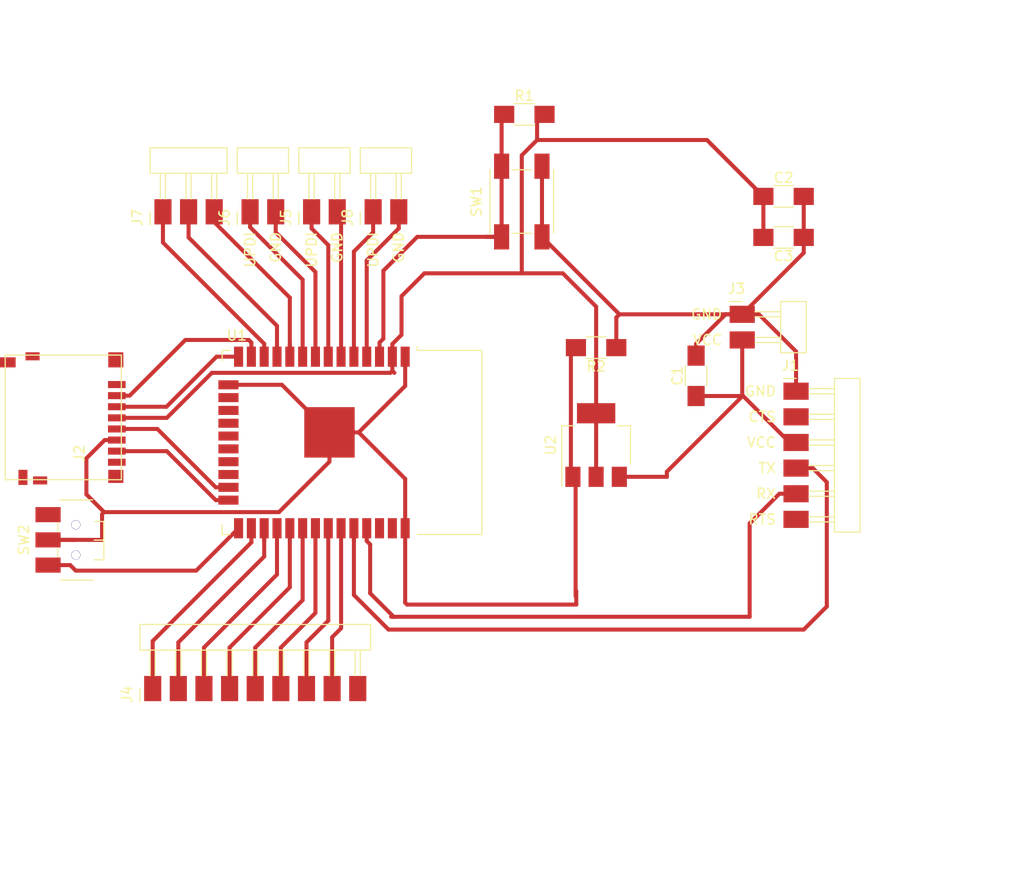
<source format=kicad_pcb>
(kicad_pcb (version 20171130) (host pcbnew "(5.1.10)-1")

  (general
    (thickness 1.6)
    (drawings 0)
    (tracks 182)
    (zones 0)
    (modules 17)
    (nets 46)
  )

  (page A4)
  (layers
    (0 F.Cu signal)
    (31 B.Cu signal)
    (32 B.Adhes user)
    (33 F.Adhes user)
    (34 B.Paste user)
    (35 F.Paste user)
    (36 B.SilkS user)
    (37 F.SilkS user)
    (38 B.Mask user)
    (39 F.Mask user)
    (40 Dwgs.User user)
    (41 Cmts.User user)
    (42 Eco1.User user)
    (43 Eco2.User user)
    (44 Edge.Cuts user)
    (45 Margin user)
    (46 B.CrtYd user)
    (47 F.CrtYd user)
    (48 B.Fab user)
    (49 F.Fab user)
  )

  (setup
    (last_trace_width 0.4)
    (trace_clearance 0.4)
    (zone_clearance 0.508)
    (zone_45_only no)
    (trace_min 0.2)
    (via_size 0.8)
    (via_drill 0.4)
    (via_min_size 0.4)
    (via_min_drill 0.3)
    (uvia_size 0.3)
    (uvia_drill 0.1)
    (uvias_allowed no)
    (uvia_min_size 0.2)
    (uvia_min_drill 0.1)
    (edge_width 0.05)
    (segment_width 0.2)
    (pcb_text_width 0.3)
    (pcb_text_size 1.5 1.5)
    (mod_edge_width 0.12)
    (mod_text_size 1 1)
    (mod_text_width 0.15)
    (pad_size 1.524 1.524)
    (pad_drill 0.762)
    (pad_to_mask_clearance 0)
    (aux_axis_origin 0 0)
    (visible_elements 7FFFFFFF)
    (pcbplotparams
      (layerselection 0x010fc_ffffffff)
      (usegerberextensions false)
      (usegerberattributes true)
      (usegerberadvancedattributes true)
      (creategerberjobfile true)
      (excludeedgelayer true)
      (linewidth 0.100000)
      (plotframeref false)
      (viasonmask false)
      (mode 1)
      (useauxorigin false)
      (hpglpennumber 1)
      (hpglpenspeed 20)
      (hpglpendiameter 15.000000)
      (psnegative false)
      (psa4output false)
      (plotreference true)
      (plotvalue true)
      (plotinvisibletext false)
      (padsonsilk false)
      (subtractmaskfromsilk false)
      (outputformat 1)
      (mirror false)
      (drillshape 1)
      (scaleselection 1)
      (outputdirectory ""))
  )

  (net 0 "")
  (net 1 GND)
  (net 2 "Net-(J1-Pad2)")
  (net 3 "Net-(J1-Pad4)")
  (net 4 "Net-(J1-Pad5)")
  (net 5 "Net-(J1-Pad6)")
  (net 6 "Net-(J2-Pad9)")
  (net 7 "Net-(J2-Pad8)")
  (net 8 "Net-(J2-Pad7)")
  (net 9 "Net-(J2-Pad5)")
  (net 10 VDD)
  (net 11 "Net-(J2-Pad3)")
  (net 12 "Net-(J2-Pad2)")
  (net 13 "Net-(J2-Pad1)")
  (net 14 "Net-(R1-Pad1)")
  (net 15 "Net-(SW2-Pad3)")
  (net 16 "Net-(SW2-Pad1)")
  (net 17 "Net-(U1-Pad17)")
  (net 18 "Net-(U1-Pad18)")
  (net 19 "Net-(U1-Pad19)")
  (net 20 "Net-(U1-Pad20)")
  (net 21 "Net-(U1-Pad21)")
  (net 22 "Net-(U1-Pad22)")
  (net 23 "Net-(U1-Pad32)")
  (net 24 "Net-(U1-Pad36)")
  (net 25 "Net-(U1-Pad37)")
  (net 26 "Net-(C1-Pad1)")
  (net 27 "Net-(J4-Pad1)")
  (net 28 "Net-(J4-Pad2)")
  (net 29 "Net-(J4-Pad3)")
  (net 30 "Net-(J4-Pad4)")
  (net 31 "Net-(J4-Pad5)")
  (net 32 "Net-(J4-Pad6)")
  (net 33 "Net-(J4-Pad7)")
  (net 34 "Net-(J4-Pad8)")
  (net 35 "Net-(J4-Pad9)")
  (net 36 "Net-(J5-Pad1)")
  (net 37 "Net-(J5-Pad2)")
  (net 38 "Net-(J6-Pad1)")
  (net 39 "Net-(J6-Pad2)")
  (net 40 "Net-(J7-Pad1)")
  (net 41 "Net-(J7-Pad2)")
  (net 42 "Net-(J7-Pad3)")
  (net 43 "Net-(J8-Pad1)")
  (net 44 "Net-(J8-Pad2)")
  (net 45 "Net-(U1-Pad16)")

  (net_class Default "This is the default net class."
    (clearance 0.4)
    (trace_width 0.4)
    (via_dia 0.8)
    (via_drill 0.4)
    (uvia_dia 0.3)
    (uvia_drill 0.1)
    (add_net GND)
    (add_net "Net-(C1-Pad1)")
    (add_net "Net-(J1-Pad2)")
    (add_net "Net-(J1-Pad4)")
    (add_net "Net-(J1-Pad5)")
    (add_net "Net-(J1-Pad6)")
    (add_net "Net-(J2-Pad1)")
    (add_net "Net-(J2-Pad2)")
    (add_net "Net-(J2-Pad3)")
    (add_net "Net-(J2-Pad5)")
    (add_net "Net-(J2-Pad7)")
    (add_net "Net-(J2-Pad8)")
    (add_net "Net-(J2-Pad9)")
    (add_net "Net-(J4-Pad1)")
    (add_net "Net-(J4-Pad2)")
    (add_net "Net-(J4-Pad3)")
    (add_net "Net-(J4-Pad4)")
    (add_net "Net-(J4-Pad5)")
    (add_net "Net-(J4-Pad6)")
    (add_net "Net-(J4-Pad7)")
    (add_net "Net-(J4-Pad8)")
    (add_net "Net-(J4-Pad9)")
    (add_net "Net-(J5-Pad1)")
    (add_net "Net-(J5-Pad2)")
    (add_net "Net-(J6-Pad1)")
    (add_net "Net-(J6-Pad2)")
    (add_net "Net-(J7-Pad1)")
    (add_net "Net-(J7-Pad2)")
    (add_net "Net-(J7-Pad3)")
    (add_net "Net-(J8-Pad1)")
    (add_net "Net-(J8-Pad2)")
    (add_net "Net-(R1-Pad1)")
    (add_net "Net-(SW2-Pad1)")
    (add_net "Net-(SW2-Pad3)")
    (add_net "Net-(U1-Pad16)")
    (add_net "Net-(U1-Pad17)")
    (add_net "Net-(U1-Pad18)")
    (add_net "Net-(U1-Pad19)")
    (add_net "Net-(U1-Pad20)")
    (add_net "Net-(U1-Pad21)")
    (add_net "Net-(U1-Pad22)")
    (add_net "Net-(U1-Pad32)")
    (add_net "Net-(U1-Pad36)")
    (add_net "Net-(U1-Pad37)")
    (add_net VDD)
  )

  (module fab:SOT-223-3_TabPin2 (layer F.Cu) (tedit 58CE4E7E) (tstamp 61905C10)
    (at 146.558 101.346 90)
    (descr "module CMS SOT223 4 pins")
    (tags "CMS SOT")
    (path /6190680D)
    (attr smd)
    (fp_text reference U2 (at 0 -4.5 90) (layer F.SilkS)
      (effects (font (size 1 1) (thickness 0.15)))
    )
    (fp_text value Regulator_Linear_ZLDO1117-3.3V-1A (at 0 4.5 90) (layer F.Fab)
      (effects (font (size 1 1) (thickness 0.15)))
    )
    (fp_line (start 1.91 3.41) (end 1.91 2.15) (layer F.SilkS) (width 0.12))
    (fp_line (start 1.91 -3.41) (end 1.91 -2.15) (layer F.SilkS) (width 0.12))
    (fp_line (start 4.4 -3.6) (end -4.4 -3.6) (layer F.CrtYd) (width 0.05))
    (fp_line (start 4.4 3.6) (end 4.4 -3.6) (layer F.CrtYd) (width 0.05))
    (fp_line (start -4.4 3.6) (end 4.4 3.6) (layer F.CrtYd) (width 0.05))
    (fp_line (start -4.4 -3.6) (end -4.4 3.6) (layer F.CrtYd) (width 0.05))
    (fp_line (start -1.85 -2.35) (end -0.85 -3.35) (layer F.Fab) (width 0.1))
    (fp_line (start -1.85 -2.35) (end -1.85 3.35) (layer F.Fab) (width 0.1))
    (fp_line (start -1.85 3.41) (end 1.91 3.41) (layer F.SilkS) (width 0.12))
    (fp_line (start -0.85 -3.35) (end 1.85 -3.35) (layer F.Fab) (width 0.1))
    (fp_line (start -4.1 -3.41) (end 1.91 -3.41) (layer F.SilkS) (width 0.12))
    (fp_line (start -1.85 3.35) (end 1.85 3.35) (layer F.Fab) (width 0.1))
    (fp_line (start 1.85 -3.35) (end 1.85 3.35) (layer F.Fab) (width 0.1))
    (fp_text user %R (at 0 0) (layer F.Fab)
      (effects (font (size 0.8 0.8) (thickness 0.12)))
    )
    (pad 1 smd rect (at -3.15 -2.3 90) (size 2 1.5) (layers F.Cu F.Paste F.Mask)
      (net 1 GND))
    (pad 3 smd rect (at -3.15 2.3 90) (size 2 1.5) (layers F.Cu F.Paste F.Mask)
      (net 26 "Net-(C1-Pad1)"))
    (pad 2 smd rect (at -3.15 0 90) (size 2 1.5) (layers F.Cu F.Paste F.Mask)
      (net 10 VDD))
    (pad 2 smd rect (at 3.15 0 90) (size 2 3.8) (layers F.Cu F.Paste F.Mask)
      (net 10 VDD))
    (model ${KISYS3DMOD}/TO_SOT_Packages_SMD.3dshapes/SOT-223.wrl
      (at (xyz 0 0 0))
      (scale (xyz 1 1 1))
      (rotate (xyz 0 0 0))
    )
  )

  (module fab:ESP32-WROOM-32E (layer F.Cu) (tedit 5B5B4654) (tstamp 61905BFA)
    (at 119.38 101.092 270)
    (descr "Single 2.4 GHz Wi-Fi and Bluetooth combo chip https://www.espressif.com/sites/default/files/documentation/esp32-wroom-32_datasheet_en.pdf")
    (tags "Single 2.4 GHz Wi-Fi and Bluetooth combo  chip")
    (path /618FE2E5)
    (attr smd)
    (fp_text reference U1 (at -10.61 8.43) (layer F.SilkS)
      (effects (font (size 1 1) (thickness 0.15)))
    )
    (fp_text value Radio_ESP32-WROOM-32E (at 0 11.5 90) (layer F.Fab)
      (effects (font (size 1 1) (thickness 0.15)))
    )
    (fp_line (start -9.12 -9.445) (end -9.5 -9.445) (layer F.SilkS) (width 0.12))
    (fp_line (start -9.12 -15.865) (end -9.12 -9.445) (layer F.SilkS) (width 0.12))
    (fp_line (start 9.12 -15.865) (end 9.12 -9.445) (layer F.SilkS) (width 0.12))
    (fp_line (start -9.12 -15.865) (end 9.12 -15.865) (layer F.SilkS) (width 0.12))
    (fp_line (start 9.12 9.88) (end 8.12 9.88) (layer F.SilkS) (width 0.12))
    (fp_line (start 9.12 9.1) (end 9.12 9.88) (layer F.SilkS) (width 0.12))
    (fp_line (start -9.12 9.88) (end -8.12 9.88) (layer F.SilkS) (width 0.12))
    (fp_line (start -9.12 9.1) (end -9.12 9.88) (layer F.SilkS) (width 0.12))
    (fp_line (start 8.4 -20.6) (end 8.2 -20.4) (layer Cmts.User) (width 0.1))
    (fp_line (start 8.4 -16) (end 8.4 -20.6) (layer Cmts.User) (width 0.1))
    (fp_line (start 8.4 -20.6) (end 8.6 -20.4) (layer Cmts.User) (width 0.1))
    (fp_line (start 8.4 -16) (end 8.6 -16.2) (layer Cmts.User) (width 0.1))
    (fp_line (start 8.4 -16) (end 8.2 -16.2) (layer Cmts.User) (width 0.1))
    (fp_line (start -9.2 -13.875) (end -9.4 -14.075) (layer Cmts.User) (width 0.1))
    (fp_line (start -13.8 -13.875) (end -9.2 -13.875) (layer Cmts.User) (width 0.1))
    (fp_line (start -9.2 -13.875) (end -9.4 -13.675) (layer Cmts.User) (width 0.1))
    (fp_line (start -13.8 -13.875) (end -13.6 -13.675) (layer Cmts.User) (width 0.1))
    (fp_line (start -13.8 -13.875) (end -13.6 -14.075) (layer Cmts.User) (width 0.1))
    (fp_line (start 9.2 -13.875) (end 9.4 -13.675) (layer Cmts.User) (width 0.1))
    (fp_line (start 9.2 -13.875) (end 9.4 -14.075) (layer Cmts.User) (width 0.1))
    (fp_line (start 13.8 -13.875) (end 13.6 -13.675) (layer Cmts.User) (width 0.1))
    (fp_line (start 13.8 -13.875) (end 13.6 -14.075) (layer Cmts.User) (width 0.1))
    (fp_line (start 9.2 -13.875) (end 13.8 -13.875) (layer Cmts.User) (width 0.1))
    (fp_line (start 14 -11.585) (end 12 -9.97) (layer Dwgs.User) (width 0.1))
    (fp_line (start 14 -13.2) (end 10 -9.97) (layer Dwgs.User) (width 0.1))
    (fp_line (start 14 -14.815) (end 8 -9.97) (layer Dwgs.User) (width 0.1))
    (fp_line (start 14 -16.43) (end 6 -9.97) (layer Dwgs.User) (width 0.1))
    (fp_line (start 14 -18.045) (end 4 -9.97) (layer Dwgs.User) (width 0.1))
    (fp_line (start 14 -19.66) (end 2 -9.97) (layer Dwgs.User) (width 0.1))
    (fp_line (start 13.475 -20.75) (end 0 -9.97) (layer Dwgs.User) (width 0.1))
    (fp_line (start 11.475 -20.75) (end -2 -9.97) (layer Dwgs.User) (width 0.1))
    (fp_line (start 9.475 -20.75) (end -4 -9.97) (layer Dwgs.User) (width 0.1))
    (fp_line (start 7.475 -20.75) (end -6 -9.97) (layer Dwgs.User) (width 0.1))
    (fp_line (start -8 -9.97) (end 5.475 -20.75) (layer Dwgs.User) (width 0.1))
    (fp_line (start 3.475 -20.75) (end -10 -9.97) (layer Dwgs.User) (width 0.1))
    (fp_line (start 1.475 -20.75) (end -12 -9.97) (layer Dwgs.User) (width 0.1))
    (fp_line (start -0.525 -20.75) (end -14 -9.97) (layer Dwgs.User) (width 0.1))
    (fp_line (start -2.525 -20.75) (end -14 -11.585) (layer Dwgs.User) (width 0.1))
    (fp_line (start -4.525 -20.75) (end -14 -13.2) (layer Dwgs.User) (width 0.1))
    (fp_line (start -6.525 -20.75) (end -14 -14.815) (layer Dwgs.User) (width 0.1))
    (fp_line (start -8.525 -20.75) (end -14 -16.43) (layer Dwgs.User) (width 0.1))
    (fp_line (start -10.525 -20.75) (end -14 -18.045) (layer Dwgs.User) (width 0.1))
    (fp_line (start -12.525 -20.75) (end -14 -19.66) (layer Dwgs.User) (width 0.1))
    (fp_line (start 9.75 -9.72) (end 14.25 -9.72) (layer F.CrtYd) (width 0.05))
    (fp_line (start -14.25 -9.72) (end -9.75 -9.72) (layer F.CrtYd) (width 0.05))
    (fp_line (start 14.25 -21) (end 14.25 -9.72) (layer F.CrtYd) (width 0.05))
    (fp_line (start -14.25 -21) (end -14.25 -9.72) (layer F.CrtYd) (width 0.05))
    (fp_line (start 14 -20.75) (end -14 -20.75) (layer Dwgs.User) (width 0.1))
    (fp_line (start 14 -9.97) (end 14 -20.75) (layer Dwgs.User) (width 0.1))
    (fp_line (start 14 -9.97) (end -14 -9.97) (layer Dwgs.User) (width 0.1))
    (fp_line (start -9 -9.02) (end -8.5 -9.52) (layer F.Fab) (width 0.1))
    (fp_line (start -8.5 -9.52) (end -9 -10.02) (layer F.Fab) (width 0.1))
    (fp_line (start -9 -9.02) (end -9 9.76) (layer F.Fab) (width 0.1))
    (fp_line (start -14.25 -21) (end 14.25 -21) (layer F.CrtYd) (width 0.05))
    (fp_line (start 9.75 -9.72) (end 9.75 10.5) (layer F.CrtYd) (width 0.05))
    (fp_line (start -9.75 10.5) (end 9.75 10.5) (layer F.CrtYd) (width 0.05))
    (fp_line (start -9.75 10.5) (end -9.75 -9.72) (layer F.CrtYd) (width 0.05))
    (fp_line (start -9 -15.745) (end 9 -15.745) (layer F.Fab) (width 0.1))
    (fp_line (start -9 -15.745) (end -9 -10.02) (layer F.Fab) (width 0.1))
    (fp_line (start -9 9.76) (end 9 9.76) (layer F.Fab) (width 0.1))
    (fp_line (start 9 9.76) (end 9 -15.745) (layer F.Fab) (width 0.1))
    (fp_line (start -14 -9.97) (end -14 -20.75) (layer Dwgs.User) (width 0.1))
    (fp_text user %R (at 0 0 90) (layer F.Fab)
      (effects (font (size 1 1) (thickness 0.15)))
    )
    (fp_text user "KEEP-OUT ZONE" (at 0 -19 90) (layer Cmts.User)
      (effects (font (size 1 1) (thickness 0.15)))
    )
    (fp_text user Antenna (at 0 -13 90) (layer Cmts.User)
      (effects (font (size 1 1) (thickness 0.15)))
    )
    (fp_text user "5 mm" (at 11.8 -14.375 90) (layer Cmts.User)
      (effects (font (size 0.5 0.5) (thickness 0.1)))
    )
    (fp_text user "5 mm" (at -11.2 -14.375 90) (layer Cmts.User)
      (effects (font (size 0.5 0.5) (thickness 0.1)))
    )
    (fp_text user "5 mm" (at 7.8 -19.075) (layer Cmts.User)
      (effects (font (size 0.5 0.5) (thickness 0.1)))
    )
    (pad 39 smd rect (at -1 -0.755 270) (size 5 5) (layers F.Cu F.Paste F.Mask)
      (net 1 GND))
    (pad 1 smd rect (at -8.5 -8.255 270) (size 2 0.9) (layers F.Cu F.Paste F.Mask)
      (net 1 GND))
    (pad 2 smd rect (at -8.5 -6.985 270) (size 2 0.9) (layers F.Cu F.Paste F.Mask)
      (net 10 VDD))
    (pad 3 smd rect (at -8.5 -5.715 270) (size 2 0.9) (layers F.Cu F.Paste F.Mask)
      (net 14 "Net-(R1-Pad1)"))
    (pad 4 smd rect (at -8.5 -4.445 270) (size 2 0.9) (layers F.Cu F.Paste F.Mask)
      (net 44 "Net-(J8-Pad2)"))
    (pad 5 smd rect (at -8.5 -3.175 270) (size 2 0.9) (layers F.Cu F.Paste F.Mask)
      (net 43 "Net-(J8-Pad1)"))
    (pad 6 smd rect (at -8.5 -1.905 270) (size 2 0.9) (layers F.Cu F.Paste F.Mask)
      (net 37 "Net-(J5-Pad2)"))
    (pad 7 smd rect (at -8.5 -0.635 270) (size 2 0.9) (layers F.Cu F.Paste F.Mask)
      (net 36 "Net-(J5-Pad1)"))
    (pad 8 smd rect (at -8.5 0.635 270) (size 2 0.9) (layers F.Cu F.Paste F.Mask)
      (net 39 "Net-(J6-Pad2)"))
    (pad 9 smd rect (at -8.5 1.905 270) (size 2 0.9) (layers F.Cu F.Paste F.Mask)
      (net 38 "Net-(J6-Pad1)"))
    (pad 10 smd rect (at -8.5 3.175 270) (size 2 0.9) (layers F.Cu F.Paste F.Mask)
      (net 42 "Net-(J7-Pad3)"))
    (pad 11 smd rect (at -8.5 4.445 270) (size 2 0.9) (layers F.Cu F.Paste F.Mask)
      (net 41 "Net-(J7-Pad2)"))
    (pad 12 smd rect (at -8.5 5.715 270) (size 2 0.9) (layers F.Cu F.Paste F.Mask)
      (net 40 "Net-(J7-Pad1)"))
    (pad 13 smd rect (at -8.5 6.985 270) (size 2 0.9) (layers F.Cu F.Paste F.Mask)
      (net 12 "Net-(J2-Pad2)"))
    (pad 14 smd rect (at -8.5 8.255 270) (size 2 0.9) (layers F.Cu F.Paste F.Mask)
      (net 11 "Net-(J2-Pad3)"))
    (pad 15 smd rect (at -5.715 9.255) (size 2 0.9) (layers F.Cu F.Paste F.Mask)
      (net 1 GND))
    (pad 16 smd rect (at -4.445 9.255) (size 2 0.9) (layers F.Cu F.Paste F.Mask)
      (net 45 "Net-(U1-Pad16)"))
    (pad 17 smd rect (at -3.175 9.255) (size 2 0.9) (layers F.Cu F.Paste F.Mask)
      (net 17 "Net-(U1-Pad17)"))
    (pad 18 smd rect (at -1.905 9.255) (size 2 0.9) (layers F.Cu F.Paste F.Mask)
      (net 18 "Net-(U1-Pad18)"))
    (pad 19 smd rect (at -0.635 9.255) (size 2 0.9) (layers F.Cu F.Paste F.Mask)
      (net 19 "Net-(U1-Pad19)"))
    (pad 20 smd rect (at 0.635 9.255) (size 2 0.9) (layers F.Cu F.Paste F.Mask)
      (net 20 "Net-(U1-Pad20)"))
    (pad 21 smd rect (at 1.905 9.255) (size 2 0.9) (layers F.Cu F.Paste F.Mask)
      (net 21 "Net-(U1-Pad21)"))
    (pad 22 smd rect (at 3.175 9.255) (size 2 0.9) (layers F.Cu F.Paste F.Mask)
      (net 22 "Net-(U1-Pad22)"))
    (pad 23 smd rect (at 4.445 9.255) (size 2 0.9) (layers F.Cu F.Paste F.Mask)
      (net 9 "Net-(J2-Pad5)"))
    (pad 24 smd rect (at 5.715 9.255) (size 2 0.9) (layers F.Cu F.Paste F.Mask)
      (net 8 "Net-(J2-Pad7)"))
    (pad 25 smd rect (at 8.5 8.255 270) (size 2 0.9) (layers F.Cu F.Paste F.Mask)
      (net 16 "Net-(SW2-Pad1)"))
    (pad 26 smd rect (at 8.5 6.985 270) (size 2 0.9) (layers F.Cu F.Paste F.Mask)
      (net 27 "Net-(J4-Pad1)"))
    (pad 27 smd rect (at 8.5 5.715 270) (size 2 0.9) (layers F.Cu F.Paste F.Mask)
      (net 28 "Net-(J4-Pad2)"))
    (pad 28 smd rect (at 8.5 4.445 270) (size 2 0.9) (layers F.Cu F.Paste F.Mask)
      (net 29 "Net-(J4-Pad3)"))
    (pad 29 smd rect (at 8.5 3.175 270) (size 2 0.9) (layers F.Cu F.Paste F.Mask)
      (net 30 "Net-(J4-Pad4)"))
    (pad 30 smd rect (at 8.5 1.905 270) (size 2 0.9) (layers F.Cu F.Paste F.Mask)
      (net 31 "Net-(J4-Pad5)"))
    (pad 31 smd rect (at 8.5 0.635 270) (size 2 0.9) (layers F.Cu F.Paste F.Mask)
      (net 32 "Net-(J4-Pad6)"))
    (pad 32 smd rect (at 8.5 -0.635 270) (size 2 0.9) (layers F.Cu F.Paste F.Mask)
      (net 23 "Net-(U1-Pad32)"))
    (pad 33 smd rect (at 8.5 -1.905 270) (size 2 0.9) (layers F.Cu F.Paste F.Mask)
      (net 34 "Net-(J4-Pad8)"))
    (pad 34 smd rect (at 8.5 -3.175 270) (size 2 0.9) (layers F.Cu F.Paste F.Mask)
      (net 3 "Net-(J1-Pad4)"))
    (pad 35 smd rect (at 8.5 -4.445 270) (size 2 0.9) (layers F.Cu F.Paste F.Mask)
      (net 4 "Net-(J1-Pad5)"))
    (pad 36 smd rect (at 8.5 -5.715 270) (size 2 0.9) (layers F.Cu F.Paste F.Mask)
      (net 24 "Net-(U1-Pad36)"))
    (pad 37 smd rect (at 8.5 -6.985 270) (size 2 0.9) (layers F.Cu F.Paste F.Mask)
      (net 25 "Net-(U1-Pad37)"))
    (pad 38 smd rect (at 8.5 -8.255 270) (size 2 0.9) (layers F.Cu F.Paste F.Mask)
      (net 1 GND))
    (model ${KISYS3DMOD}/RF_Module.3dshapes/ESP32-WROOM-32.wrl
      (at (xyz 0 0 0))
      (scale (xyz 1 1 1))
      (rotate (xyz 0 0 0))
    )
  )

  (module fab:C_1206 (layer F.Cu) (tedit 6002C54C) (tstamp 61955C2B)
    (at 156.464 94.488 90)
    (descr "Capacitor SMD 1206, hand soldering")
    (tags "capacitor 1206")
    (path /61916020)
    (attr smd)
    (fp_text reference C1 (at 0 -1.85 90) (layer F.SilkS)
      (effects (font (size 1 1) (thickness 0.15)))
    )
    (fp_text value C (at 0 1.9 90) (layer F.Fab)
      (effects (font (size 1 1) (thickness 0.15)))
    )
    (fp_line (start -1.6 0.8) (end -1.6 -0.8) (layer F.Fab) (width 0.1))
    (fp_line (start 1.6 0.8) (end -1.6 0.8) (layer F.Fab) (width 0.1))
    (fp_line (start 1.6 -0.8) (end 1.6 0.8) (layer F.Fab) (width 0.1))
    (fp_line (start -1.6 -0.8) (end 1.6 -0.8) (layer F.Fab) (width 0.1))
    (fp_line (start 1 1.07) (end -1 1.07) (layer F.SilkS) (width 0.12))
    (fp_line (start -1 -1.07) (end 1 -1.07) (layer F.SilkS) (width 0.12))
    (fp_line (start -3.25 -1.11) (end 3.25 -1.11) (layer F.CrtYd) (width 0.05))
    (fp_line (start -3.25 -1.11) (end -3.25 1.1) (layer F.CrtYd) (width 0.05))
    (fp_line (start 3.25 1.1) (end 3.25 -1.11) (layer F.CrtYd) (width 0.05))
    (fp_line (start 3.25 1.1) (end -3.25 1.1) (layer F.CrtYd) (width 0.05))
    (fp_text user %R (at 0 0 90) (layer F.Fab)
      (effects (font (size 0.7 0.7) (thickness 0.105)))
    )
    (pad 2 smd rect (at 2 0 90) (size 2 1.7) (layers F.Cu F.Paste F.Mask)
      (net 1 GND))
    (pad 1 smd rect (at -2 0 90) (size 2 1.7) (layers F.Cu F.Paste F.Mask)
      (net 26 "Net-(C1-Pad1)"))
    (model ${FAB}/fab.3dshapes/C_1206.step
      (at (xyz 0 0 0))
      (scale (xyz 1 1 1))
      (rotate (xyz 0 0 0))
    )
  )

  (module fab:R_1206 (layer F.Cu) (tedit 60020482) (tstamp 61955ADE)
    (at 139.446 68.58)
    (descr "Resistor SMD 1206, hand soldering")
    (tags "resistor 1206")
    (path /619018D3)
    (attr smd)
    (fp_text reference R1 (at 0 -1.85) (layer F.SilkS)
      (effects (font (size 1 1) (thickness 0.15)))
    )
    (fp_text value R (at 0 1.9) (layer F.Fab)
      (effects (font (size 1 1) (thickness 0.15)))
    )
    (fp_line (start -1.6 0.8) (end -1.6 -0.8) (layer F.Fab) (width 0.1))
    (fp_line (start 1.6 0.8) (end -1.6 0.8) (layer F.Fab) (width 0.1))
    (fp_line (start 1.6 -0.8) (end 1.6 0.8) (layer F.Fab) (width 0.1))
    (fp_line (start -1.6 -0.8) (end 1.6 -0.8) (layer F.Fab) (width 0.1))
    (fp_line (start 1 1.07) (end -1 1.07) (layer F.SilkS) (width 0.12))
    (fp_line (start -1 -1.07) (end 1 -1.07) (layer F.SilkS) (width 0.12))
    (fp_line (start -3.25 -1.11) (end 3.25 -1.11) (layer F.CrtYd) (width 0.05))
    (fp_line (start -3.25 -1.11) (end -3.25 1.1) (layer F.CrtYd) (width 0.05))
    (fp_line (start 3.25 1.1) (end 3.25 -1.11) (layer F.CrtYd) (width 0.05))
    (fp_line (start 3.25 1.1) (end -3.25 1.1) (layer F.CrtYd) (width 0.05))
    (fp_text user %R (at 0 0) (layer F.Fab)
      (effects (font (size 0.7 0.7) (thickness 0.105)))
    )
    (pad 2 smd rect (at 2 0) (size 2 1.7) (layers F.Cu F.Paste F.Mask)
      (net 10 VDD))
    (pad 1 smd rect (at -2 0) (size 2 1.7) (layers F.Cu F.Paste F.Mask)
      (net 14 "Net-(R1-Pad1)"))
    (model ${FAB}/fab.3dshapes/R_1206.step
      (at (xyz 0 0 0))
      (scale (xyz 1 1 1))
      (rotate (xyz 0 0 0))
    )
  )

  (module fab:C_1206 (layer F.Cu) (tedit 6002C54C) (tstamp 61905AB8)
    (at 165.132 76.708)
    (descr "Capacitor SMD 1206, hand soldering")
    (tags "capacitor 1206")
    (path /6199D993)
    (attr smd)
    (fp_text reference C2 (at 0 -1.85) (layer F.SilkS)
      (effects (font (size 1 1) (thickness 0.15)))
    )
    (fp_text value C (at 0 1.9) (layer F.Fab)
      (effects (font (size 1 1) (thickness 0.15)))
    )
    (fp_line (start -1.6 0.8) (end -1.6 -0.8) (layer F.Fab) (width 0.1))
    (fp_line (start 1.6 0.8) (end -1.6 0.8) (layer F.Fab) (width 0.1))
    (fp_line (start 1.6 -0.8) (end 1.6 0.8) (layer F.Fab) (width 0.1))
    (fp_line (start -1.6 -0.8) (end 1.6 -0.8) (layer F.Fab) (width 0.1))
    (fp_line (start 1 1.07) (end -1 1.07) (layer F.SilkS) (width 0.12))
    (fp_line (start -1 -1.07) (end 1 -1.07) (layer F.SilkS) (width 0.12))
    (fp_line (start -3.25 -1.11) (end 3.25 -1.11) (layer F.CrtYd) (width 0.05))
    (fp_line (start -3.25 -1.11) (end -3.25 1.1) (layer F.CrtYd) (width 0.05))
    (fp_line (start 3.25 1.1) (end 3.25 -1.11) (layer F.CrtYd) (width 0.05))
    (fp_line (start 3.25 1.1) (end -3.25 1.1) (layer F.CrtYd) (width 0.05))
    (fp_text user %R (at 0 0) (layer F.Fab)
      (effects (font (size 0.7 0.7) (thickness 0.105)))
    )
    (pad 2 smd rect (at 2 0) (size 2 1.7) (layers F.Cu F.Paste F.Mask)
      (net 1 GND))
    (pad 1 smd rect (at -2 0) (size 2 1.7) (layers F.Cu F.Paste F.Mask)
      (net 10 VDD))
    (model ${FAB}/fab.3dshapes/C_1206.step
      (at (xyz 0 0 0))
      (scale (xyz 1 1 1))
      (rotate (xyz 0 0 0))
    )
  )

  (module fab:C_1206 (layer F.Cu) (tedit 6002C54C) (tstamp 61905AC9)
    (at 165.132 80.772 180)
    (descr "Capacitor SMD 1206, hand soldering")
    (tags "capacitor 1206")
    (path /61916E54)
    (attr smd)
    (fp_text reference C3 (at 0 -1.85) (layer F.SilkS)
      (effects (font (size 1 1) (thickness 0.15)))
    )
    (fp_text value C (at 0 1.9) (layer F.Fab)
      (effects (font (size 1 1) (thickness 0.15)))
    )
    (fp_line (start 3.25 1.1) (end -3.25 1.1) (layer F.CrtYd) (width 0.05))
    (fp_line (start 3.25 1.1) (end 3.25 -1.11) (layer F.CrtYd) (width 0.05))
    (fp_line (start -3.25 -1.11) (end -3.25 1.1) (layer F.CrtYd) (width 0.05))
    (fp_line (start -3.25 -1.11) (end 3.25 -1.11) (layer F.CrtYd) (width 0.05))
    (fp_line (start -1 -1.07) (end 1 -1.07) (layer F.SilkS) (width 0.12))
    (fp_line (start 1 1.07) (end -1 1.07) (layer F.SilkS) (width 0.12))
    (fp_line (start -1.6 -0.8) (end 1.6 -0.8) (layer F.Fab) (width 0.1))
    (fp_line (start 1.6 -0.8) (end 1.6 0.8) (layer F.Fab) (width 0.1))
    (fp_line (start 1.6 0.8) (end -1.6 0.8) (layer F.Fab) (width 0.1))
    (fp_line (start -1.6 0.8) (end -1.6 -0.8) (layer F.Fab) (width 0.1))
    (fp_text user %R (at 0 0) (layer F.Fab)
      (effects (font (size 0.7 0.7) (thickness 0.105)))
    )
    (pad 1 smd rect (at -2 0 180) (size 2 1.7) (layers F.Cu F.Paste F.Mask)
      (net 1 GND))
    (pad 2 smd rect (at 2 0 180) (size 2 1.7) (layers F.Cu F.Paste F.Mask)
      (net 10 VDD))
    (model ${FAB}/fab.3dshapes/C_1206.step
      (at (xyz 0 0 0))
      (scale (xyz 1 1 1))
      (rotate (xyz 0 0 0))
    )
  )

  (module fab:PinHeader_FTDI_01x06_P2.54mm_Horizontal_SMD (layer F.Cu) (tedit 60851AE4) (tstamp 61905AFF)
    (at 166.37 96.012)
    (descr https://s3.amazonaws.com/catalogspreads-pdf/PAGE112-113%20.100%20MALE%20HDR.pdf)
    (tags "horizontal pin header SMD 2.54mm")
    (path /61908C6F)
    (attr smd)
    (fp_text reference J1 (at -1.524 -2.54 180) (layer F.SilkS)
      (effects (font (size 1 1) (thickness 0.15)) (justify left))
    )
    (fp_text value Conn_PinHeader_FTDI_1x06_P2.54mm_Horizontal_SMD (at 2.286 15.621) (layer F.Fab)
      (effects (font (size 1 1) (thickness 0.15)))
    )
    (fp_line (start 6.4 -1.8) (end -1.8 -1.8) (layer F.CrtYd) (width 0.05))
    (fp_line (start 6.4 14.5) (end 6.4 -1.8) (layer F.CrtYd) (width 0.05))
    (fp_line (start -1.8 14.5) (end 6.4 14.5) (layer F.CrtYd) (width 0.05))
    (fp_line (start -1.8 -1.8) (end -1.8 14.5) (layer F.CrtYd) (width 0.05))
    (fp_line (start -1.27 -1.27) (end 0 -1.27) (layer F.SilkS) (width 0.12))
    (fp_line (start 3.8 13.97) (end 3.8 -1.27) (layer F.Fab) (width 0.1))
    (fp_line (start 3.8 -1.27) (end 6.34 -1.27) (layer F.Fab) (width 0.1))
    (fp_line (start 3.8 13.97) (end 6.35 13.97) (layer F.Fab) (width 0.1))
    (fp_line (start 6.34 -1.27) (end 6.35 13.97) (layer F.Fab) (width 0.1))
    (fp_line (start 3.81 0) (end -0.635 0) (layer F.Fab) (width 0.1))
    (fp_line (start 3.81 2.54) (end -0.635 2.54) (layer F.Fab) (width 0.1))
    (fp_line (start 3.81 5.08) (end -0.635 5.08) (layer F.Fab) (width 0.1))
    (fp_line (start 3.81 7.62) (end -0.635 7.62) (layer F.Fab) (width 0.1))
    (fp_line (start 3.81 10.16) (end -0.635 10.16) (layer F.Fab) (width 0.1))
    (fp_line (start 3.81 12.7) (end -0.635 12.7) (layer F.Fab) (width 0.1))
    (fp_line (start 3.81 -1.27) (end 6.35 -1.27) (layer F.SilkS) (width 0.12))
    (fp_line (start 6.35 -1.27) (end 6.35 13.97) (layer F.SilkS) (width 0.12))
    (fp_line (start 6.35 13.97) (end 3.81 13.97) (layer F.SilkS) (width 0.12))
    (fp_line (start 3.81 13.97) (end 3.81 -1.27) (layer F.SilkS) (width 0.12))
    (fp_line (start 3.81 -0.254) (end 1.27 -0.254) (layer F.SilkS) (width 0.12))
    (fp_line (start 3.81 0.254) (end 1.27 0.254) (layer F.SilkS) (width 0.12))
    (fp_line (start 3.81 2.286) (end 1.27 2.286) (layer F.SilkS) (width 0.12))
    (fp_line (start 3.81 2.794) (end 1.27 2.794) (layer F.SilkS) (width 0.12))
    (fp_line (start 3.81 4.826) (end 1.27 4.826) (layer F.SilkS) (width 0.12))
    (fp_line (start 3.81 5.334) (end 1.27 5.334) (layer F.SilkS) (width 0.12))
    (fp_line (start 3.81 7.366) (end 1.27 7.366) (layer F.SilkS) (width 0.12))
    (fp_line (start 3.81 7.874) (end 1.27 7.874) (layer F.SilkS) (width 0.12))
    (fp_line (start 3.81 9.906) (end 1.27 9.906) (layer F.SilkS) (width 0.12))
    (fp_line (start 3.81 10.414) (end 1.27 10.414) (layer F.SilkS) (width 0.12))
    (fp_line (start 3.81 12.446) (end 1.27 12.446) (layer F.SilkS) (width 0.12))
    (fp_line (start 3.81 12.954) (end 1.27 12.954) (layer F.SilkS) (width 0.12))
    (fp_line (start -0.635 -0.254) (end -0.635 0.254) (layer F.Fab) (width 0.1))
    (fp_line (start -0.635 2.286) (end -0.635 2.794) (layer F.Fab) (width 0.1))
    (fp_line (start -0.635 4.826) (end -0.635 5.334) (layer F.Fab) (width 0.1))
    (fp_line (start -0.635 7.366) (end -0.635 7.874) (layer F.Fab) (width 0.1))
    (fp_line (start -0.635 9.906) (end -0.635 10.414) (layer F.Fab) (width 0.1))
    (fp_line (start -0.635 12.446) (end -0.635 12.954) (layer F.Fab) (width 0.1))
    (fp_text user %R (at 2.6 6.1 90) (layer F.Fab)
      (effects (font (size 1 1) (thickness 0.15)))
    )
    (fp_text user GND (at -1.905 0) (layer F.SilkS)
      (effects (font (size 1 1) (thickness 0.15)) (justify right))
    )
    (fp_text user CTS (at -1.905 2.54) (layer F.SilkS)
      (effects (font (size 1 1) (thickness 0.15)) (justify right))
    )
    (fp_text user VCC (at -1.905 5.08) (layer F.SilkS)
      (effects (font (size 1 1) (thickness 0.15)) (justify right))
    )
    (fp_text user TX (at -1.905 7.62) (layer F.SilkS)
      (effects (font (size 1 1) (thickness 0.15)) (justify right))
    )
    (fp_text user RX (at -1.905 10.16) (layer F.SilkS)
      (effects (font (size 1 1) (thickness 0.15)) (justify right))
    )
    (fp_text user RTS (at -1.905 12.7) (layer F.SilkS)
      (effects (font (size 1 1) (thickness 0.15)) (justify right))
    )
    (pad 1 smd rect (at 0 0) (size 2.5 1.7) (layers F.Cu F.Paste F.Mask)
      (net 1 GND))
    (pad 2 smd rect (at 0 2.54) (size 2.5 1.7) (layers F.Cu F.Paste F.Mask)
      (net 2 "Net-(J1-Pad2)"))
    (pad 3 smd rect (at 0 5.08) (size 2.5 1.7) (layers F.Cu F.Paste F.Mask)
      (net 26 "Net-(C1-Pad1)"))
    (pad 4 smd rect (at 0 7.62) (size 2.5 1.7) (layers F.Cu F.Paste F.Mask)
      (net 3 "Net-(J1-Pad4)"))
    (pad 5 smd rect (at 0 10.16) (size 2.5 1.7) (layers F.Cu F.Paste F.Mask)
      (net 4 "Net-(J1-Pad5)"))
    (pad 6 smd rect (at 0 12.7) (size 2.5 1.7) (layers F.Cu F.Paste F.Mask)
      (net 5 "Net-(J1-Pad6)"))
    (model ${FAB}/fab.3dshapes/Header_SMD_01x06_P2.54mm_Horizontal_Male.step
      (at (xyz 0 0 0))
      (scale (xyz 1 1 1))
      (rotate (xyz 0 0 0))
    )
  )

  (module fab:MicroSD_Amphenol_114-00841-68 (layer F.Cu) (tedit 5F4D580D) (tstamp 61905B20)
    (at 99.06 98.552 90)
    (descr "Wurth Elektronik MicroSD Card Holder with Lid 693072010801 http://katalog.we-online.de/em/datasheet/693072010801.pdf")
    (tags "socket slot microsd sdcard card")
    (path /6191987D)
    (attr smd)
    (fp_text reference J2 (at -3.62 -3.71 90) (layer F.SilkS)
      (effects (font (size 1 1) (thickness 0.15)))
    )
    (fp_text value Micro_SD_Socket (at 0 8 90) (layer F.Fab)
      (effects (font (size 1 1) (thickness 0.15)))
    )
    (fp_line (start 6.12 -11.06) (end 6.12 0.45) (layer F.SilkS) (width 0.12))
    (fp_line (start -6.23 -11.06) (end 6.12 -11.06) (layer F.SilkS) (width 0.12))
    (fp_line (start -6.23 0.45) (end -6.23 -11.06) (layer F.SilkS) (width 0.12))
    (fp_line (start -2.3 -9.12) (end 0.6 -9.12) (layer F.Fab) (width 0.12))
    (fp_line (start -2.3 -10.92) (end -2.3 -9.12) (layer F.Fab) (width 0.12))
    (fp_line (start 0.61 -10.92) (end -2.3 -10.92) (layer F.Fab) (width 0.12))
    (fp_line (start 0.6 -9.12) (end 0.6 -10.92) (layer F.Fab) (width 0.12))
    (fp_line (start -5.18 -5) (end -5.18 -6.89) (layer F.Fab) (width 0.12))
    (fp_line (start 3.61 -5) (end -5.18 -5) (layer F.Fab) (width 0.12))
    (fp_line (start 3.61 -6.89) (end 3.61 -5) (layer F.Fab) (width 0.12))
    (fp_line (start -5.18 -6.89) (end 3.61 -6.89) (layer F.Fab) (width 0.12))
    (fp_line (start 6.12 0.45) (end -6.23 0.45) (layer F.SilkS) (width 0.12))
    (fp_text user %R (at 0 -2 90) (layer F.Fab)
      (effects (font (size 1 1) (thickness 0.15)))
    )
    (fp_text user CLEAR (at -0.85 -9.99 90) (layer F.Fab)
      (effects (font (size 0.5 0.5) (thickness 0.1)))
    )
    (fp_text user "KEEP CLEAR" (at -0.93 -5.95 90) (layer F.Fab)
      (effects (font (size 0.5 0.5) (thickness 0.1)))
    )
    (pad 9 smd rect (at -5.9 -0.1 90) (size 1.3 1.5) (layers F.Cu F.Paste F.Mask)
      (net 6 "Net-(J2-Pad9)"))
    (pad 9 smd rect (at -6.3 -7.6 90) (size 0.8 1.4) (layers F.Cu F.Paste F.Mask)
      (net 6 "Net-(J2-Pad9)"))
    (pad 9 smd rect (at 5.65 -0.1 90) (size 1.5 1.5) (layers F.Cu F.Paste F.Mask)
      (net 6 "Net-(J2-Pad9)"))
    (pad 9 smd rect (at 6 -8.35 90) (size 0.8 1.4) (layers F.Cu F.Paste F.Mask)
      (net 6 "Net-(J2-Pad9)"))
    (pad 8 smd rect (at -4.5 0 90) (size 0.7 1.75) (layers F.Cu F.Paste F.Mask)
      (net 7 "Net-(J2-Pad8)"))
    (pad 7 smd rect (at -3.4 0 90) (size 0.7 1.75) (layers F.Cu F.Paste F.Mask)
      (net 8 "Net-(J2-Pad7)"))
    (pad 6 smd rect (at -2.3 0 90) (size 0.7 1.75) (layers F.Cu F.Paste F.Mask)
      (net 1 GND))
    (pad 5 smd rect (at -1.2 0 90) (size 0.7 1.75) (layers F.Cu F.Paste F.Mask)
      (net 9 "Net-(J2-Pad5)"))
    (pad 4 smd rect (at -0.1 0 90) (size 0.7 1.75) (layers F.Cu F.Paste F.Mask)
      (net 10 VDD))
    (pad 3 smd rect (at 1 0 90) (size 0.7 1.75) (layers F.Cu F.Paste F.Mask)
      (net 11 "Net-(J2-Pad3)"))
    (pad 2 smd rect (at 2.1 0 90) (size 0.7 1.75) (layers F.Cu F.Paste F.Mask)
      (net 12 "Net-(J2-Pad2)"))
    (pad 1 smd rect (at 3.2 0 90) (size 0.7 1.75) (layers F.Cu F.Paste F.Mask)
      (net 13 "Net-(J2-Pad1)"))
    (pad 9 smd rect (at 5.4 -10.8 90) (size 1 1.55) (layers F.Cu F.Paste F.Mask)
      (net 6 "Net-(J2-Pad9)"))
    (pad 9 smd rect (at -6 -9.3 90) (size 1.5 0.9) (layers F.Cu F.Paste F.Mask)
      (net 6 "Net-(J2-Pad9)"))
    (model ${KISYS3DMOD}/Connectors_Card.3dshapes/MicroSd_Wurth_693072010801.wrl
      (at (xyz 0 0 0))
      (scale (xyz 1 1 1))
      (rotate (xyz 0 0 0))
    )
  )

  (module fab:PinHeader_UPDI_01x02_P2.54mm_Horizontal_SMD (layer F.Cu) (tedit 60851B04) (tstamp 61955E2C)
    (at 161.036 88.392)
    (descr https://s3.amazonaws.com/catalogspreads-pdf/PAGE112-113%20.100%20MALE%20HDR.pdf)
    (tags "horizontal pin header SMD 2.54mm")
    (path /6194C6F0)
    (attr smd)
    (fp_text reference J3 (at -1.524 -2.54 180) (layer F.SilkS)
      (effects (font (size 1 1) (thickness 0.15)) (justify left))
    )
    (fp_text value Conn_PinHeader_1x02_P2.54mm_Horizontal_SMD (at 2.1 5.4) (layer F.Fab)
      (effects (font (size 1 1) (thickness 0.15)))
    )
    (fp_line (start 6.4 -1.8) (end -1.8 -1.8) (layer F.CrtYd) (width 0.05))
    (fp_line (start 6.4 4.3) (end 6.4 -1.8) (layer F.CrtYd) (width 0.05))
    (fp_line (start -1.8 4.3) (end 6.4 4.3) (layer F.CrtYd) (width 0.05))
    (fp_line (start -1.8 -1.8) (end -1.8 4.3) (layer F.CrtYd) (width 0.05))
    (fp_line (start -1.27 -1.27) (end 0 -1.27) (layer F.SilkS) (width 0.12))
    (fp_line (start 3.81 3.81) (end 3.8 -1.27) (layer F.Fab) (width 0.1))
    (fp_line (start 3.8 -1.27) (end 6.34 -1.27) (layer F.Fab) (width 0.1))
    (fp_line (start 3.8 3.81) (end 6.35 3.81) (layer F.Fab) (width 0.1))
    (fp_line (start 6.34 -1.27) (end 6.35 3.81) (layer F.Fab) (width 0.1))
    (fp_line (start 3.81 0) (end -0.635 0) (layer F.Fab) (width 0.1))
    (fp_line (start 3.81 2.54) (end -0.635 2.54) (layer F.Fab) (width 0.1))
    (fp_line (start 3.81 -1.27) (end 6.35 -1.27) (layer F.SilkS) (width 0.12))
    (fp_line (start 6.35 -1.27) (end 6.35 3.81) (layer F.SilkS) (width 0.12))
    (fp_line (start 6.35 3.81) (end 3.81 3.81) (layer F.SilkS) (width 0.12))
    (fp_line (start 3.81 3.81) (end 3.81 -1.27) (layer F.SilkS) (width 0.12))
    (fp_line (start 3.81 -0.254) (end 1.27 -0.254) (layer F.SilkS) (width 0.12))
    (fp_line (start 3.81 0.254) (end 1.27 0.254) (layer F.SilkS) (width 0.12))
    (fp_line (start 3.81 2.286) (end 1.27 2.286) (layer F.SilkS) (width 0.12))
    (fp_line (start 3.81 2.794) (end 1.27 2.794) (layer F.SilkS) (width 0.12))
    (fp_line (start -0.635 -0.254) (end -0.635 0.254) (layer F.Fab) (width 0.1))
    (fp_line (start -0.635 2.286) (end -0.635 2.794) (layer F.Fab) (width 0.1))
    (fp_text user %R (at 2.54 1.27 90) (layer F.Fab)
      (effects (font (size 1 1) (thickness 0.15)))
    )
    (fp_text user GND (at -1.905 0) (layer F.SilkS)
      (effects (font (size 1 1) (thickness 0.15)) (justify right))
    )
    (fp_text user VCC (at -1.905 2.54) (layer F.SilkS)
      (effects (font (size 1 1) (thickness 0.15)) (justify right))
    )
    (pad 1 smd rect (at 0 0) (size 2.5 1.7) (layers F.Cu F.Paste F.Mask)
      (net 1 GND))
    (pad 2 smd rect (at 0 2.54) (size 2.5 1.7) (layers F.Cu F.Paste F.Mask)
      (net 26 "Net-(C1-Pad1)"))
    (model ${FAB}/fab.3dshapes/Header_SMD_01x02_P2.54mm_Horizontal_Male.step
      (at (xyz 0 0 0))
      (scale (xyz 1 1 1))
      (rotate (xyz 0 0 0))
    )
  )

  (module fab:Button_Omron_B3SN_6x6mm (layer F.Cu) (tedit 5EC65B05) (tstamp 61905B65)
    (at 139.192 77.216 90)
    (descr "Surface Mount Tactile Switch for High-Density Packaging")
    (tags "Tactile Switch")
    (path /619003D1)
    (attr smd)
    (fp_text reference SW1 (at 0 -4.5 90) (layer F.SilkS)
      (effects (font (size 1 1) (thickness 0.15)))
    )
    (fp_text value BUTTON_B3SN (at 0 4.5 90) (layer F.Fab)
      (effects (font (size 1 1) (thickness 0.15)))
    )
    (fp_line (start -3 3) (end -3 -3) (layer F.Fab) (width 0.1))
    (fp_line (start 3 3) (end -3 3) (layer F.Fab) (width 0.1))
    (fp_line (start 3 -3) (end 3 3) (layer F.Fab) (width 0.1))
    (fp_line (start -3 -3) (end 3 -3) (layer F.Fab) (width 0.1))
    (fp_circle (center 0 0) (end 1.65 0) (layer F.Fab) (width 0.1))
    (fp_line (start 3.15 -1) (end 3.15 1) (layer F.SilkS) (width 0.12))
    (fp_line (start 3.15 3.15) (end -3.15 3.15) (layer F.SilkS) (width 0.12))
    (fp_line (start -3.15 1) (end -3.15 -1) (layer F.SilkS) (width 0.12))
    (fp_line (start -3.15 -3.15) (end 3.15 -3.15) (layer F.SilkS) (width 0.12))
    (fp_line (start -5 -3.7) (end -5 3.7) (layer F.CrtYd) (width 0.05))
    (fp_line (start 5 -3.7) (end -5 -3.7) (layer F.CrtYd) (width 0.05))
    (fp_line (start 5 3.7) (end 5 -3.7) (layer F.CrtYd) (width 0.05))
    (fp_line (start -5 3.7) (end 5 3.7) (layer F.CrtYd) (width 0.05))
    (fp_text user %R (at 0 -4.5 90) (layer F.Fab)
      (effects (font (size 1 1) (thickness 0.15)))
    )
    (pad 2 smd rect (at 3.5 2 90) (size 2.5 1.5) (layers F.Cu F.Paste F.Mask)
      (net 1 GND))
    (pad 2 smd rect (at -3.5 2 90) (size 2.5 1.5) (layers F.Cu F.Paste F.Mask)
      (net 1 GND))
    (pad 1 smd rect (at 3.5 -2 90) (size 2.5 1.5) (layers F.Cu F.Paste F.Mask)
      (net 14 "Net-(R1-Pad1)"))
    (pad 1 smd rect (at -3.5 -2 90) (size 2.5 1.5) (layers F.Cu F.Paste F.Mask)
      (net 14 "Net-(R1-Pad1)"))
    (model ${KISYS3DMOD}/Buttons_Switches_SMD.3dshapes/SW_SPST_B3S-1000.wrl
      (at (xyz 0 0 0))
      (scale (xyz 1 1 1))
      (rotate (xyz 0 0 0))
    )
  )

  (module fab:Switch_SPDT_C&K_AYZ0102AGRLC_7.2x3mm_P2.5mm (layer F.Cu) (tedit 5EC6693D) (tstamp 61905B8B)
    (at 94.996 110.744 90)
    (descr http://www.ckswitches.com/media/1422/js.pdf)
    (tags "switch spdt")
    (path /61910C0A)
    (attr smd)
    (fp_text reference SW2 (at -0.01 -5.15 90) (layer F.SilkS)
      (effects (font (size 1 1) (thickness 0.15)))
    )
    (fp_text value SWITCH_AYZ0102AGRLC (at 0 -2.9 90) (layer F.Fab)
      (effects (font (size 1 1) (thickness 0.15)))
    )
    (fp_line (start 3.5 -4.29) (end -3.5 -4.29) (layer F.CrtYd) (width 0.05))
    (fp_line (start -1.5 2.5) (end -1.5 1.5) (layer F.Fab) (width 0.1))
    (fp_line (start -3.6 -1.5) (end -3.6 1.5) (layer F.Fab) (width 0.1))
    (fp_line (start 3.6 1.5) (end -3.6 1.5) (layer F.Fab) (width 0.1))
    (fp_line (start 3.6 -1.5) (end 3.6 1.5) (layer F.Fab) (width 0.1))
    (fp_line (start -3.6 -1.5) (end 3.6 -1.5) (layer F.Fab) (width 0.1))
    (fp_line (start 0 2.5) (end 0 1.5) (layer F.Fab) (width 0.1))
    (fp_line (start -1.5 2.5) (end 0 2.5) (layer F.Fab) (width 0.1))
    (fp_line (start 1.5 2.5) (end 1.5 1.5) (layer F.Fab) (width 0.1))
    (fp_line (start 3.5 -4.29) (end 3.5 -1.83) (layer F.CrtYd) (width 0.05))
    (fp_line (start 3.5 -1.83) (end 3.95 -1.83) (layer F.CrtYd) (width 0.05))
    (fp_line (start -3.99 -1.89) (end -3.5 -1.89) (layer F.CrtYd) (width 0.05))
    (fp_line (start -3.5 -1.89) (end -3.5 -4.29) (layer F.CrtYd) (width 0.05))
    (fp_line (start 3.95 -1.83) (end 3.95 1.82) (layer F.CrtYd) (width 0.05))
    (fp_line (start 3.95 1.82) (end 1.86 1.82) (layer F.CrtYd) (width 0.05))
    (fp_line (start 1.86 1.82) (end 1.86 2.91) (layer F.CrtYd) (width 0.05))
    (fp_line (start 1.86 2.91) (end -1.93 2.91) (layer F.CrtYd) (width 0.05))
    (fp_line (start -1.93 2.91) (end -1.93 1.84) (layer F.CrtYd) (width 0.05))
    (fp_line (start -1.93 1.84) (end -3.99 1.84) (layer F.CrtYd) (width 0.05))
    (fp_line (start -3.99 1.84) (end -3.99 -1.89) (layer F.CrtYd) (width 0.05))
    (fp_line (start -4 -1.56) (end -4 1.73) (layer F.SilkS) (width 0.12))
    (fp_line (start 3.96 -1.6) (end 3.96 1.67) (layer F.SilkS) (width 0.12))
    (fp_line (start -1.97 1.84) (end -1.97 2.78) (layer F.SilkS) (width 0.12))
    (fp_line (start -1.97 2.78) (end 1.82 2.78) (layer F.SilkS) (width 0.12))
    (fp_line (start 1.82 2.78) (end 1.82 1.84) (layer F.SilkS) (width 0.12))
    (fp_line (start -1.68 -1.78) (end -0.83 -1.78) (layer F.SilkS) (width 0.12))
    (fp_line (start 0.8 -1.77) (end 1.67 -1.77) (layer F.SilkS) (width 0.12))
    (fp_line (start -0.02 1.82) (end -0.02 2.77) (layer F.SilkS) (width 0.12))
    (fp_text user %R (at 0 0 90) (layer F.Fab)
      (effects (font (size 1 1) (thickness 0.15)))
    )
    (pad "" np_thru_hole circle (at 1.5 0 90) (size 0.9 0.9) (drill 0.85) (layers *.Cu *.Mask))
    (pad "" np_thru_hole circle (at -1.5 0 90) (size 0.9 0.9) (drill 0.85) (layers *.Cu *.Mask))
    (pad 3 smd rect (at 2.5 -2.75 90) (size 1.5 2.5) (layers F.Cu F.Paste F.Mask)
      (net 15 "Net-(SW2-Pad3)"))
    (pad 2 smd rect (at 0 -2.75 90) (size 1.5 2.5) (layers F.Cu F.Paste F.Mask)
      (net 1 GND))
    (pad 1 smd rect (at -2.5 -2.75 90) (size 1.5 2.5) (layers F.Cu F.Paste F.Mask)
      (net 16 "Net-(SW2-Pad1)"))
    (model ${KISYS3DMOD}/Buttons_Switches_SMD.3dshapes/SW_SPDT_CK-JS102011SAQN.wrl
      (at (xyz 0 0 0))
      (scale (xyz 1 1 1))
      (rotate (xyz 0 0 0))
    )
  )

  (module fab:PinHeader_1x09_P2.54mm_Horizontal_SMD (layer F.Cu) (tedit 608519BB) (tstamp 6194CB52)
    (at 102.616 125.476 90)
    (descr https://s3.amazonaws.com/catalogspreads-pdf/PAGE112-113%20.100%20MALE%20HDR.pdf)
    (tags "horizontal pin header SMD 2.54mm")
    (path /6194A02D)
    (attr smd)
    (fp_text reference J4 (at -1.524 -2.54 270) (layer F.SilkS)
      (effects (font (size 1 1) (thickness 0.15)) (justify left))
    )
    (fp_text value Conn_PinHeader_1x09_P2.54mm_Horizontal_SMD (at 0.1 23.495 90) (layer F.Fab)
      (effects (font (size 1 1) (thickness 0.15)))
    )
    (fp_line (start -0.635 12.446) (end -0.635 12.954) (layer F.Fab) (width 0.1))
    (fp_line (start -0.635 9.906) (end -0.635 10.414) (layer F.Fab) (width 0.1))
    (fp_line (start -0.635 7.366) (end -0.635 7.874) (layer F.Fab) (width 0.1))
    (fp_line (start -0.635 4.826) (end -0.635 5.334) (layer F.Fab) (width 0.1))
    (fp_line (start -0.635 2.286) (end -0.635 2.794) (layer F.Fab) (width 0.1))
    (fp_line (start -0.635 -0.254) (end -0.635 0.254) (layer F.Fab) (width 0.1))
    (fp_line (start 3.81 12.954) (end 1.27 12.954) (layer F.SilkS) (width 0.12))
    (fp_line (start 3.81 12.446) (end 1.27 12.446) (layer F.SilkS) (width 0.12))
    (fp_line (start 3.81 10.414) (end 1.27 10.414) (layer F.SilkS) (width 0.12))
    (fp_line (start 3.81 9.906) (end 1.27 9.906) (layer F.SilkS) (width 0.12))
    (fp_line (start 3.81 7.874) (end 1.27 7.874) (layer F.SilkS) (width 0.12))
    (fp_line (start 3.81 7.366) (end 1.27 7.366) (layer F.SilkS) (width 0.12))
    (fp_line (start 3.81 5.334) (end 1.27 5.334) (layer F.SilkS) (width 0.12))
    (fp_line (start 3.81 4.826) (end 1.27 4.826) (layer F.SilkS) (width 0.12))
    (fp_line (start 3.81 2.794) (end 1.27 2.794) (layer F.SilkS) (width 0.12))
    (fp_line (start 3.81 2.286) (end 1.27 2.286) (layer F.SilkS) (width 0.12))
    (fp_line (start 3.81 0.254) (end 1.27 0.254) (layer F.SilkS) (width 0.12))
    (fp_line (start 3.81 -0.254) (end 1.27 -0.254) (layer F.SilkS) (width 0.12))
    (fp_line (start 3.81 21.59) (end 3.81 -1.27) (layer F.SilkS) (width 0.12))
    (fp_line (start 6.35 21.59) (end 3.81 21.59) (layer F.SilkS) (width 0.12))
    (fp_line (start 6.35 -1.27) (end 6.35 21.59) (layer F.SilkS) (width 0.12))
    (fp_line (start 3.81 -1.27) (end 6.35 -1.27) (layer F.SilkS) (width 0.12))
    (fp_line (start 3.81 12.7) (end -0.635 12.7) (layer F.Fab) (width 0.1))
    (fp_line (start 3.81 10.16) (end -0.635 10.16) (layer F.Fab) (width 0.1))
    (fp_line (start 3.81 7.62) (end -0.635 7.62) (layer F.Fab) (width 0.1))
    (fp_line (start 3.81 5.08) (end -0.635 5.08) (layer F.Fab) (width 0.1))
    (fp_line (start 3.81 2.54) (end -0.635 2.54) (layer F.Fab) (width 0.1))
    (fp_line (start 3.81 0) (end -0.635 0) (layer F.Fab) (width 0.1))
    (fp_line (start 6.34 -1.27) (end 6.35 21.59) (layer F.Fab) (width 0.1))
    (fp_line (start 3.8 21.59) (end 6.35 21.59) (layer F.Fab) (width 0.1))
    (fp_line (start 3.8 -1.27) (end 6.34 -1.27) (layer F.Fab) (width 0.1))
    (fp_line (start 3.8 21.59) (end 3.8 -1.27) (layer F.Fab) (width 0.1))
    (fp_line (start -1.27 -1.27) (end 0 -1.27) (layer F.SilkS) (width 0.12))
    (fp_line (start -1.8 -1.8) (end -1.8 22.1) (layer F.CrtYd) (width 0.05))
    (fp_line (start -1.8 22.1) (end 6.4 22.1) (layer F.CrtYd) (width 0.05))
    (fp_line (start 6.4 22.1) (end 6.4 -1.8) (layer F.CrtYd) (width 0.05))
    (fp_line (start 6.4 -1.8) (end -1.8 -1.8) (layer F.CrtYd) (width 0.05))
    (fp_line (start 3.81 15.24) (end -0.635 15.24) (layer F.Fab) (width 0.1))
    (fp_line (start 3.81 14.986) (end 1.27 14.986) (layer F.SilkS) (width 0.12))
    (fp_line (start -0.635 14.986) (end -0.635 15.494) (layer F.Fab) (width 0.1))
    (fp_line (start 3.81 15.494) (end 1.27 15.494) (layer F.SilkS) (width 0.12))
    (fp_line (start 3.81 17.78) (end -0.635 17.78) (layer F.Fab) (width 0.1))
    (fp_line (start -0.635 17.526) (end -0.635 18.034) (layer F.Fab) (width 0.1))
    (fp_line (start 3.81 17.526) (end 1.27 17.526) (layer F.SilkS) (width 0.12))
    (fp_line (start 3.81 18.034) (end 1.27 18.034) (layer F.SilkS) (width 0.12))
    (fp_line (start -0.635 20.066) (end -0.635 20.574) (layer F.Fab) (width 0.1))
    (fp_line (start 3.81 20.32) (end -0.635 20.32) (layer F.Fab) (width 0.1))
    (fp_line (start 3.81 20.066) (end 1.27 20.066) (layer F.SilkS) (width 0.12))
    (fp_line (start 3.81 20.574) (end 1.27 20.574) (layer F.SilkS) (width 0.12))
    (fp_text user %R (at 2.54 10.16) (layer F.Fab)
      (effects (font (size 1 1) (thickness 0.15)))
    )
    (pad 1 smd rect (at 0 0 90) (size 2.5 1.7) (layers F.Cu F.Paste F.Mask)
      (net 27 "Net-(J4-Pad1)"))
    (pad 2 smd rect (at 0 2.54 90) (size 2.5 1.7) (layers F.Cu F.Paste F.Mask)
      (net 28 "Net-(J4-Pad2)"))
    (pad 3 smd rect (at 0 5.08 90) (size 2.5 1.7) (layers F.Cu F.Paste F.Mask)
      (net 29 "Net-(J4-Pad3)"))
    (pad 4 smd rect (at 0 7.62 90) (size 2.5 1.7) (layers F.Cu F.Paste F.Mask)
      (net 30 "Net-(J4-Pad4)"))
    (pad 5 smd rect (at 0 10.16 90) (size 2.5 1.7) (layers F.Cu F.Paste F.Mask)
      (net 31 "Net-(J4-Pad5)"))
    (pad 6 smd rect (at 0 12.7 90) (size 2.5 1.7) (layers F.Cu F.Paste F.Mask)
      (net 32 "Net-(J4-Pad6)"))
    (pad 7 smd rect (at 0 15.24 90) (size 2.5 1.7) (layers F.Cu F.Paste F.Mask)
      (net 33 "Net-(J4-Pad7)"))
    (pad 8 smd rect (at 0 17.78 90) (size 2.5 1.7) (layers F.Cu F.Paste F.Mask)
      (net 34 "Net-(J4-Pad8)"))
    (pad 9 smd rect (at 0 20.32 90) (size 2.5 1.7) (layers F.Cu F.Paste F.Mask)
      (net 35 "Net-(J4-Pad9)"))
    (model ${FAB}/fab.3dshapes/Header_SMD_01x09_P2.54mm_Horizontal_Male.step
      (at (xyz 0 0 0))
      (scale (xyz 1 1 1))
      (rotate (xyz 0 0 0))
    )
  )

  (module fab:PinHeader_UPDI_01x02_P2.54mm_Horizontal_SMD (layer F.Cu) (tedit 60851B04) (tstamp 61951030)
    (at 118.364 78.232 90)
    (descr https://s3.amazonaws.com/catalogspreads-pdf/PAGE112-113%20.100%20MALE%20HDR.pdf)
    (tags "horizontal pin header SMD 2.54mm")
    (path /619784A2)
    (attr smd)
    (fp_text reference J5 (at -1.524 -2.54 270) (layer F.SilkS)
      (effects (font (size 1 1) (thickness 0.15)) (justify left))
    )
    (fp_text value Conn_PinHeader_1x02_P2.54mm_Horizontal_SMD (at 2.1 5.4 90) (layer F.Fab)
      (effects (font (size 1 1) (thickness 0.15)))
    )
    (fp_line (start 6.4 -1.8) (end -1.8 -1.8) (layer F.CrtYd) (width 0.05))
    (fp_line (start 6.4 4.3) (end 6.4 -1.8) (layer F.CrtYd) (width 0.05))
    (fp_line (start -1.8 4.3) (end 6.4 4.3) (layer F.CrtYd) (width 0.05))
    (fp_line (start -1.8 -1.8) (end -1.8 4.3) (layer F.CrtYd) (width 0.05))
    (fp_line (start -1.27 -1.27) (end 0 -1.27) (layer F.SilkS) (width 0.12))
    (fp_line (start 3.81 3.81) (end 3.8 -1.27) (layer F.Fab) (width 0.1))
    (fp_line (start 3.8 -1.27) (end 6.34 -1.27) (layer F.Fab) (width 0.1))
    (fp_line (start 3.8 3.81) (end 6.35 3.81) (layer F.Fab) (width 0.1))
    (fp_line (start 6.34 -1.27) (end 6.35 3.81) (layer F.Fab) (width 0.1))
    (fp_line (start 3.81 0) (end -0.635 0) (layer F.Fab) (width 0.1))
    (fp_line (start 3.81 2.54) (end -0.635 2.54) (layer F.Fab) (width 0.1))
    (fp_line (start 3.81 -1.27) (end 6.35 -1.27) (layer F.SilkS) (width 0.12))
    (fp_line (start 6.35 -1.27) (end 6.35 3.81) (layer F.SilkS) (width 0.12))
    (fp_line (start 6.35 3.81) (end 3.81 3.81) (layer F.SilkS) (width 0.12))
    (fp_line (start 3.81 3.81) (end 3.81 -1.27) (layer F.SilkS) (width 0.12))
    (fp_line (start 3.81 -0.254) (end 1.27 -0.254) (layer F.SilkS) (width 0.12))
    (fp_line (start 3.81 0.254) (end 1.27 0.254) (layer F.SilkS) (width 0.12))
    (fp_line (start 3.81 2.286) (end 1.27 2.286) (layer F.SilkS) (width 0.12))
    (fp_line (start 3.81 2.794) (end 1.27 2.794) (layer F.SilkS) (width 0.12))
    (fp_line (start -0.635 -0.254) (end -0.635 0.254) (layer F.Fab) (width 0.1))
    (fp_line (start -0.635 2.286) (end -0.635 2.794) (layer F.Fab) (width 0.1))
    (fp_text user GND (at -1.905 2.54 90) (layer F.SilkS)
      (effects (font (size 1 1) (thickness 0.15)) (justify right))
    )
    (fp_text user UPDI (at -1.905 0 90) (layer F.SilkS)
      (effects (font (size 1 1) (thickness 0.15)) (justify right))
    )
    (fp_text user %R (at 2.54 1.27) (layer F.Fab)
      (effects (font (size 1 1) (thickness 0.15)))
    )
    (pad 2 smd rect (at 0 2.54 90) (size 2.5 1.7) (layers F.Cu F.Paste F.Mask)
      (net 37 "Net-(J5-Pad2)"))
    (pad 1 smd rect (at 0 0 90) (size 2.5 1.7) (layers F.Cu F.Paste F.Mask)
      (net 36 "Net-(J5-Pad1)"))
    (model ${FAB}/fab.3dshapes/Header_SMD_01x02_P2.54mm_Horizontal_Male.step
      (at (xyz 0 0 0))
      (scale (xyz 1 1 1))
      (rotate (xyz 0 0 0))
    )
  )

  (module fab:PinHeader_UPDI_01x02_P2.54mm_Horizontal_SMD (layer F.Cu) (tedit 60851B04) (tstamp 6195104E)
    (at 112.268 78.232 90)
    (descr https://s3.amazonaws.com/catalogspreads-pdf/PAGE112-113%20.100%20MALE%20HDR.pdf)
    (tags "horizontal pin header SMD 2.54mm")
    (path /61976D77)
    (attr smd)
    (fp_text reference J6 (at -1.524 -2.54 270) (layer F.SilkS)
      (effects (font (size 1 1) (thickness 0.15)) (justify left))
    )
    (fp_text value Conn_PinHeader_1x02_P2.54mm_Horizontal_SMD (at 2.1 5.4 90) (layer F.Fab)
      (effects (font (size 1 1) (thickness 0.15)))
    )
    (fp_line (start -0.635 2.286) (end -0.635 2.794) (layer F.Fab) (width 0.1))
    (fp_line (start -0.635 -0.254) (end -0.635 0.254) (layer F.Fab) (width 0.1))
    (fp_line (start 3.81 2.794) (end 1.27 2.794) (layer F.SilkS) (width 0.12))
    (fp_line (start 3.81 2.286) (end 1.27 2.286) (layer F.SilkS) (width 0.12))
    (fp_line (start 3.81 0.254) (end 1.27 0.254) (layer F.SilkS) (width 0.12))
    (fp_line (start 3.81 -0.254) (end 1.27 -0.254) (layer F.SilkS) (width 0.12))
    (fp_line (start 3.81 3.81) (end 3.81 -1.27) (layer F.SilkS) (width 0.12))
    (fp_line (start 6.35 3.81) (end 3.81 3.81) (layer F.SilkS) (width 0.12))
    (fp_line (start 6.35 -1.27) (end 6.35 3.81) (layer F.SilkS) (width 0.12))
    (fp_line (start 3.81 -1.27) (end 6.35 -1.27) (layer F.SilkS) (width 0.12))
    (fp_line (start 3.81 2.54) (end -0.635 2.54) (layer F.Fab) (width 0.1))
    (fp_line (start 3.81 0) (end -0.635 0) (layer F.Fab) (width 0.1))
    (fp_line (start 6.34 -1.27) (end 6.35 3.81) (layer F.Fab) (width 0.1))
    (fp_line (start 3.8 3.81) (end 6.35 3.81) (layer F.Fab) (width 0.1))
    (fp_line (start 3.8 -1.27) (end 6.34 -1.27) (layer F.Fab) (width 0.1))
    (fp_line (start 3.81 3.81) (end 3.8 -1.27) (layer F.Fab) (width 0.1))
    (fp_line (start -1.27 -1.27) (end 0 -1.27) (layer F.SilkS) (width 0.12))
    (fp_line (start -1.8 -1.8) (end -1.8 4.3) (layer F.CrtYd) (width 0.05))
    (fp_line (start -1.8 4.3) (end 6.4 4.3) (layer F.CrtYd) (width 0.05))
    (fp_line (start 6.4 4.3) (end 6.4 -1.8) (layer F.CrtYd) (width 0.05))
    (fp_line (start 6.4 -1.8) (end -1.8 -1.8) (layer F.CrtYd) (width 0.05))
    (fp_text user %R (at 2.54 1.27) (layer F.Fab)
      (effects (font (size 1 1) (thickness 0.15)))
    )
    (fp_text user UPDI (at -1.905 0 90) (layer F.SilkS)
      (effects (font (size 1 1) (thickness 0.15)) (justify right))
    )
    (fp_text user GND (at -1.905 2.54 90) (layer F.SilkS)
      (effects (font (size 1 1) (thickness 0.15)) (justify right))
    )
    (pad 1 smd rect (at 0 0 90) (size 2.5 1.7) (layers F.Cu F.Paste F.Mask)
      (net 38 "Net-(J6-Pad1)"))
    (pad 2 smd rect (at 0 2.54 90) (size 2.5 1.7) (layers F.Cu F.Paste F.Mask)
      (net 39 "Net-(J6-Pad2)"))
    (model ${FAB}/fab.3dshapes/Header_SMD_01x02_P2.54mm_Horizontal_Male.step
      (at (xyz 0 0 0))
      (scale (xyz 1 1 1))
      (rotate (xyz 0 0 0))
    )
  )

  (module fab:PinHeader_1x03_P2.54mm_Horizontal_SMD (layer F.Cu) (tedit 60851908) (tstamp 6195106F)
    (at 103.632 78.232 90)
    (descr https://s3.amazonaws.com/catalogspreads-pdf/PAGE112-113%20.100%20MALE%20HDR.pdf)
    (tags "horizontal pin header SMD 2.54mm")
    (path /61974542)
    (attr smd)
    (fp_text reference J7 (at -1.524 -2.54 270) (layer F.SilkS)
      (effects (font (size 1 1) (thickness 0.15)) (justify left))
    )
    (fp_text value Conn_PinHeader_1x03_P2.54mm_Horizontal_SMD (at 2.6 8.3 90) (layer F.Fab)
      (effects (font (size 1 1) (thickness 0.15)))
    )
    (fp_line (start 6.4 -1.8) (end -1.8 -1.8) (layer F.CrtYd) (width 0.05))
    (fp_line (start 6.4 6.9) (end 6.4 -1.8) (layer F.CrtYd) (width 0.05))
    (fp_line (start -1.8 6.9) (end 6.4 6.9) (layer F.CrtYd) (width 0.05))
    (fp_line (start -1.8 -1.8) (end -1.8 6.9) (layer F.CrtYd) (width 0.05))
    (fp_line (start -1.27 -1.27) (end 0 -1.27) (layer F.SilkS) (width 0.12))
    (fp_line (start 3.81 6.35) (end 3.8 -1.27) (layer F.Fab) (width 0.1))
    (fp_line (start 3.8 -1.27) (end 6.34 -1.27) (layer F.Fab) (width 0.1))
    (fp_line (start 3.8 6.35) (end 6.35 6.35) (layer F.Fab) (width 0.1))
    (fp_line (start 6.34 -1.27) (end 6.35 6.35) (layer F.Fab) (width 0.1))
    (fp_line (start 3.81 0) (end -0.635 0) (layer F.Fab) (width 0.1))
    (fp_line (start 3.81 2.54) (end -0.635 2.54) (layer F.Fab) (width 0.1))
    (fp_line (start 3.81 5.08) (end -0.635 5.08) (layer F.Fab) (width 0.1))
    (fp_line (start 3.81 -1.27) (end 6.35 -1.27) (layer F.SilkS) (width 0.12))
    (fp_line (start 6.35 -1.27) (end 6.35 6.35) (layer F.SilkS) (width 0.12))
    (fp_line (start 6.35 6.35) (end 3.81 6.35) (layer F.SilkS) (width 0.12))
    (fp_line (start 3.81 6.35) (end 3.81 -1.27) (layer F.SilkS) (width 0.12))
    (fp_line (start 3.81 -0.254) (end 1.27 -0.254) (layer F.SilkS) (width 0.12))
    (fp_line (start 3.81 0.254) (end 1.27 0.254) (layer F.SilkS) (width 0.12))
    (fp_line (start 3.81 2.286) (end 1.27 2.286) (layer F.SilkS) (width 0.12))
    (fp_line (start 3.81 2.794) (end 1.27 2.794) (layer F.SilkS) (width 0.12))
    (fp_line (start 3.81 4.826) (end 1.27 4.826) (layer F.SilkS) (width 0.12))
    (fp_line (start 3.81 5.334) (end 1.27 5.334) (layer F.SilkS) (width 0.12))
    (fp_line (start -0.635 -0.254) (end -0.635 0.254) (layer F.Fab) (width 0.1))
    (fp_line (start -0.635 2.286) (end -0.635 2.794) (layer F.Fab) (width 0.1))
    (fp_line (start -0.635 4.826) (end -0.635 5.334) (layer F.Fab) (width 0.1))
    (fp_text user %R (at 2.4 2.6) (layer F.Fab)
      (effects (font (size 1 1) (thickness 0.15)))
    )
    (pad 1 smd rect (at 0 0 90) (size 2.5 1.7) (layers F.Cu F.Paste F.Mask)
      (net 40 "Net-(J7-Pad1)"))
    (pad 2 smd rect (at 0 2.54 90) (size 2.5 1.7) (layers F.Cu F.Paste F.Mask)
      (net 41 "Net-(J7-Pad2)"))
    (pad 3 smd rect (at 0 5.08 90) (size 2.5 1.7) (layers F.Cu F.Paste F.Mask)
      (net 42 "Net-(J7-Pad3)"))
    (model "$(FAB)/fab.3dshapes/Header_SMD_01x03_P2.54mm_Horizontal_Male.step"
      (at (xyz 0 0 0))
      (scale (xyz 1 1 1))
      (rotate (xyz 0 0 0))
    )
  )

  (module fab:PinHeader_UPDI_01x02_P2.54mm_Horizontal_SMD (layer F.Cu) (tedit 60851B04) (tstamp 6195108D)
    (at 124.46 78.232 90)
    (descr https://s3.amazonaws.com/catalogspreads-pdf/PAGE112-113%20.100%20MALE%20HDR.pdf)
    (tags "horizontal pin header SMD 2.54mm")
    (path /619793DE)
    (attr smd)
    (fp_text reference J8 (at -1.524 -2.54 270) (layer F.SilkS)
      (effects (font (size 1 1) (thickness 0.15)) (justify left))
    )
    (fp_text value Conn_PinHeader_1x02_P2.54mm_Horizontal_SMD (at 2.1 5.4 90) (layer F.Fab)
      (effects (font (size 1 1) (thickness 0.15)))
    )
    (fp_line (start -0.635 2.286) (end -0.635 2.794) (layer F.Fab) (width 0.1))
    (fp_line (start -0.635 -0.254) (end -0.635 0.254) (layer F.Fab) (width 0.1))
    (fp_line (start 3.81 2.794) (end 1.27 2.794) (layer F.SilkS) (width 0.12))
    (fp_line (start 3.81 2.286) (end 1.27 2.286) (layer F.SilkS) (width 0.12))
    (fp_line (start 3.81 0.254) (end 1.27 0.254) (layer F.SilkS) (width 0.12))
    (fp_line (start 3.81 -0.254) (end 1.27 -0.254) (layer F.SilkS) (width 0.12))
    (fp_line (start 3.81 3.81) (end 3.81 -1.27) (layer F.SilkS) (width 0.12))
    (fp_line (start 6.35 3.81) (end 3.81 3.81) (layer F.SilkS) (width 0.12))
    (fp_line (start 6.35 -1.27) (end 6.35 3.81) (layer F.SilkS) (width 0.12))
    (fp_line (start 3.81 -1.27) (end 6.35 -1.27) (layer F.SilkS) (width 0.12))
    (fp_line (start 3.81 2.54) (end -0.635 2.54) (layer F.Fab) (width 0.1))
    (fp_line (start 3.81 0) (end -0.635 0) (layer F.Fab) (width 0.1))
    (fp_line (start 6.34 -1.27) (end 6.35 3.81) (layer F.Fab) (width 0.1))
    (fp_line (start 3.8 3.81) (end 6.35 3.81) (layer F.Fab) (width 0.1))
    (fp_line (start 3.8 -1.27) (end 6.34 -1.27) (layer F.Fab) (width 0.1))
    (fp_line (start 3.81 3.81) (end 3.8 -1.27) (layer F.Fab) (width 0.1))
    (fp_line (start -1.27 -1.27) (end 0 -1.27) (layer F.SilkS) (width 0.12))
    (fp_line (start -1.8 -1.8) (end -1.8 4.3) (layer F.CrtYd) (width 0.05))
    (fp_line (start -1.8 4.3) (end 6.4 4.3) (layer F.CrtYd) (width 0.05))
    (fp_line (start 6.4 4.3) (end 6.4 -1.8) (layer F.CrtYd) (width 0.05))
    (fp_line (start 6.4 -1.8) (end -1.8 -1.8) (layer F.CrtYd) (width 0.05))
    (fp_text user %R (at 2.54 1.27) (layer F.Fab)
      (effects (font (size 1 1) (thickness 0.15)))
    )
    (fp_text user UPDI (at -1.905 0 90) (layer F.SilkS)
      (effects (font (size 1 1) (thickness 0.15)) (justify right))
    )
    (fp_text user GND (at -1.905 2.54 90) (layer F.SilkS)
      (effects (font (size 1 1) (thickness 0.15)) (justify right))
    )
    (pad 1 smd rect (at 0 0 90) (size 2.5 1.7) (layers F.Cu F.Paste F.Mask)
      (net 43 "Net-(J8-Pad1)"))
    (pad 2 smd rect (at 0 2.54 90) (size 2.5 1.7) (layers F.Cu F.Paste F.Mask)
      (net 44 "Net-(J8-Pad2)"))
    (model ${FAB}/fab.3dshapes/Header_SMD_01x02_P2.54mm_Horizontal_Male.step
      (at (xyz 0 0 0))
      (scale (xyz 1 1 1))
      (rotate (xyz 0 0 0))
    )
  )

  (module fab:R_1206 (layer F.Cu) (tedit 60020482) (tstamp 61956E4A)
    (at 146.558 91.694 180)
    (descr "Resistor SMD 1206, hand soldering")
    (tags "resistor 1206")
    (path /61A3DD42)
    (attr smd)
    (fp_text reference R2 (at 0 -1.85) (layer F.SilkS)
      (effects (font (size 1 1) (thickness 0.15)))
    )
    (fp_text value R (at 0 1.9) (layer F.Fab)
      (effects (font (size 1 1) (thickness 0.15)))
    )
    (fp_line (start 3.25 1.1) (end -3.25 1.1) (layer F.CrtYd) (width 0.05))
    (fp_line (start 3.25 1.1) (end 3.25 -1.11) (layer F.CrtYd) (width 0.05))
    (fp_line (start -3.25 -1.11) (end -3.25 1.1) (layer F.CrtYd) (width 0.05))
    (fp_line (start -3.25 -1.11) (end 3.25 -1.11) (layer F.CrtYd) (width 0.05))
    (fp_line (start -1 -1.07) (end 1 -1.07) (layer F.SilkS) (width 0.12))
    (fp_line (start 1 1.07) (end -1 1.07) (layer F.SilkS) (width 0.12))
    (fp_line (start -1.6 -0.8) (end 1.6 -0.8) (layer F.Fab) (width 0.1))
    (fp_line (start 1.6 -0.8) (end 1.6 0.8) (layer F.Fab) (width 0.1))
    (fp_line (start 1.6 0.8) (end -1.6 0.8) (layer F.Fab) (width 0.1))
    (fp_line (start -1.6 0.8) (end -1.6 -0.8) (layer F.Fab) (width 0.1))
    (fp_text user %R (at 0 0) (layer F.Fab)
      (effects (font (size 0.7 0.7) (thickness 0.105)))
    )
    (pad 2 smd rect (at 2 0 180) (size 2 1.7) (layers F.Cu F.Paste F.Mask)
      (net 1 GND))
    (pad 1 smd rect (at -2 0 180) (size 2 1.7) (layers F.Cu F.Paste F.Mask)
      (net 1 GND))
    (model ${FAB}/fab.3dshapes/R_1206.step
      (at (xyz 0 0 0))
      (scale (xyz 1 1 1))
      (rotate (xyz 0 0 0))
    )
  )

  (segment (start 127.635 104.692) (end 127.635 109.592) (width 0.4) (layer F.Cu) (net 1))
  (segment (start 123.035 100.092) (end 127.635 104.692) (width 0.4) (layer F.Cu) (net 1))
  (segment (start 120.135 100.092) (end 123.035 100.092) (width 0.4) (layer F.Cu) (net 1))
  (segment (start 115.42 95.377) (end 110.125 95.377) (width 0.4) (layer F.Cu) (net 1))
  (segment (start 120.135 100.092) (end 115.42 95.377) (width 0.4) (layer F.Cu) (net 1))
  (segment (start 94.996 110.744) (end 92.246 110.744) (width 0.4) (layer F.Cu) (net 1))
  (segment (start 97.854998 100.852) (end 96.046001 102.660997) (width 0.4) (layer F.Cu) (net 1))
  (segment (start 99.06 100.852) (end 97.854998 100.852) (width 0.4) (layer F.Cu) (net 1))
  (segment (start 127.635 95.492) (end 127.635 92.592) (width 0.4) (layer F.Cu) (net 1))
  (segment (start 123.035 100.092) (end 127.635 95.492) (width 0.4) (layer F.Cu) (net 1))
  (segment (start 141.192 80.716) (end 141.192 73.716) (width 0.4) (layer F.Cu) (net 1))
  (segment (start 167.608 77.184) (end 167.132 76.708) (width 0.4) (layer F.Cu) (net 1))
  (segment (start 167.132 76.708) (end 167.132 80.772) (width 0.4) (layer F.Cu) (net 1))
  (segment (start 167.132 82.296) (end 161.036 88.392) (width 0.4) (layer F.Cu) (net 1))
  (segment (start 167.132 80.772) (end 167.132 82.296) (width 0.4) (layer F.Cu) (net 1))
  (segment (start 166.37 92.076) (end 166.37 96.012) (width 0.4) (layer F.Cu) (net 1))
  (segment (start 162.686 88.392) (end 166.37 92.076) (width 0.4) (layer F.Cu) (net 1))
  (segment (start 161.036 88.392) (end 162.686 88.392) (width 0.4) (layer F.Cu) (net 1))
  (segment (start 144.062 104.692) (end 144.258 104.496) (width 0.4) (layer F.Cu) (net 1))
  (segment (start 144.526 104.764) (end 144.258 104.496) (width 0.4) (layer F.Cu) (net 1))
  (segment (start 127.8255 117.1575) (end 144.5895 117.1575) (width 0.4) (layer F.Cu) (net 1))
  (segment (start 148.868 88.392) (end 141.192 80.716) (width 0.4) (layer F.Cu) (net 1))
  (segment (start 167.1 76.676) (end 167.132 76.708) (width 0.4) (layer F.Cu) (net 1))
  (segment (start 156.464 91.314) (end 156.464 92.488) (width 0.4) (layer F.Cu) (net 1))
  (segment (start 159.386 88.392) (end 156.464 91.314) (width 0.4) (layer F.Cu) (net 1))
  (segment (start 161.036 88.392) (end 159.386 88.392) (width 0.4) (layer F.Cu) (net 1))
  (segment (start 144.057999 92.194001) (end 144.558 91.694) (width 0.4) (layer F.Cu) (net 1))
  (segment (start 144.057999 104.295999) (end 144.057999 92.194001) (width 0.4) (layer F.Cu) (net 1))
  (segment (start 144.258 104.496) (end 144.057999 104.295999) (width 0.4) (layer F.Cu) (net 1))
  (segment (start 161.036 88.392) (end 148.868 88.392) (width 0.4) (layer F.Cu) (net 1))
  (segment (start 148.558 88.702) (end 148.868 88.392) (width 0.4) (layer F.Cu) (net 1))
  (segment (start 148.558 91.694) (end 148.558 88.702) (width 0.4) (layer F.Cu) (net 1))
  (segment (start 127.635 116.967) (end 127.8255 117.1575) (width 0.4) (layer F.Cu) (net 1))
  (segment (start 127.635 109.592) (end 127.635 116.967) (width 0.4) (layer F.Cu) (net 1))
  (segment (start 144.5895 115.824) (end 144.526 115.7605) (width 0.4) (layer F.Cu) (net 1))
  (segment (start 144.5895 117.1575) (end 144.5895 115.824) (width 0.4) (layer F.Cu) (net 1))
  (segment (start 144.526 115.7605) (end 144.526 104.764) (width 0.4) (layer F.Cu) (net 1))
  (segment (start 144.526 116.332) (end 144.526 115.7605) (width 0.4) (layer F.Cu) (net 1))
  (segment (start 120.135 102.992) (end 120.135 100.092) (width 0.4) (layer F.Cu) (net 1))
  (segment (start 115.135001 107.991999) (end 120.135 102.992) (width 0.4) (layer F.Cu) (net 1))
  (segment (start 97.802003 107.991999) (end 115.135001 107.991999) (width 0.4) (layer F.Cu) (net 1))
  (segment (start 97.5995 108.194502) (end 97.802003 107.991999) (width 0.4) (layer F.Cu) (net 1))
  (segment (start 97.5995 110.744) (end 97.5995 108.194502) (width 0.4) (layer F.Cu) (net 1))
  (segment (start 92.246 110.744) (end 97.5995 110.744) (width 0.4) (layer F.Cu) (net 1))
  (segment (start 96.046001 106.235997) (end 97.802003 107.991999) (width 0.4) (layer F.Cu) (net 1))
  (segment (start 96.046001 102.660997) (end 96.046001 106.235997) (width 0.4) (layer F.Cu) (net 1))
  (segment (start 168.220001 103.832001) (end 168.02 103.632) (width 0.4) (layer F.Cu) (net 3))
  (segment (start 122.555 109.592) (end 122.555 110.852002) (width 0.4) (layer F.Cu) (net 3))
  (segment (start 168.02 103.632) (end 166.37 103.632) (width 0.4) (layer F.Cu) (net 3))
  (segment (start 169.418 105.03) (end 168.02 103.632) (width 0.4) (layer F.Cu) (net 3))
  (segment (start 122.555 116.205) (end 125.984 119.634) (width 0.4) (layer F.Cu) (net 3))
  (segment (start 125.984 119.634) (end 167.132 119.634) (width 0.4) (layer F.Cu) (net 3))
  (segment (start 169.418 117.348) (end 169.418 105.03) (width 0.4) (layer F.Cu) (net 3))
  (segment (start 167.132 119.634) (end 169.418 117.348) (width 0.4) (layer F.Cu) (net 3))
  (segment (start 122.555 109.592) (end 122.555 116.205) (width 0.4) (layer F.Cu) (net 3))
  (segment (start 164.72 106.172) (end 166.37 106.172) (width 0.4) (layer F.Cu) (net 4))
  (segment (start 123.825 110.852002) (end 124.164999 111.192001) (width 0.4) (layer F.Cu) (net 4))
  (segment (start 123.825 109.592) (end 123.825 110.852002) (width 0.4) (layer F.Cu) (net 4))
  (segment (start 124.164999 111.192001) (end 124.164999 116.036999) (width 0.4) (layer F.Cu) (net 4))
  (segment (start 124.164999 116.036999) (end 126.492 118.364) (width 0.4) (layer F.Cu) (net 4))
  (segment (start 126.492 118.364) (end 161.773 118.364) (width 0.4) (layer F.Cu) (net 4))
  (segment (start 126.238 118.364) (end 126.492 118.364) (width 0.4) (layer F.Cu) (net 4))
  (segment (start 161.773 109.119) (end 161.989 108.903) (width 0.4) (layer F.Cu) (net 4))
  (segment (start 161.773 118.364) (end 161.773 109.119) (width 0.4) (layer F.Cu) (net 4))
  (segment (start 161.989 108.903) (end 164.72 106.172) (width 0.4) (layer F.Cu) (net 4))
  (segment (start 108.864998 106.807) (end 110.125 106.807) (width 0.4) (layer F.Cu) (net 8))
  (segment (start 104.009998 101.952) (end 108.864998 106.807) (width 0.4) (layer F.Cu) (net 8))
  (segment (start 99.06 101.952) (end 104.009998 101.952) (width 0.4) (layer F.Cu) (net 8))
  (segment (start 108.864998 105.537) (end 110.125 105.537) (width 0.4) (layer F.Cu) (net 9))
  (segment (start 103.079998 99.752) (end 108.864998 105.537) (width 0.4) (layer F.Cu) (net 9))
  (segment (start 99.06 99.752) (end 103.079998 99.752) (width 0.4) (layer F.Cu) (net 9))
  (segment (start 126.565001 94.192001) (end 126.365 93.992) (width 0.4) (layer F.Cu) (net 10))
  (segment (start 126.365 93.992) (end 126.365 92.592) (width 0.4) (layer F.Cu) (net 10))
  (segment (start 126.164999 94.192001) (end 126.365 93.992) (width 0.4) (layer F.Cu) (net 10))
  (segment (start 108.474998 94.192001) (end 126.164999 94.192001) (width 0.4) (layer F.Cu) (net 10))
  (segment (start 104.014999 98.652) (end 108.474998 94.192001) (width 0.4) (layer F.Cu) (net 10))
  (segment (start 99.06 98.652) (end 104.014999 98.652) (width 0.4) (layer F.Cu) (net 10))
  (segment (start 126.365 91.331998) (end 127.272998 90.424) (width 0.4) (layer F.Cu) (net 10))
  (segment (start 126.365 92.592) (end 126.365 91.331998) (width 0.4) (layer F.Cu) (net 10))
  (segment (start 139.192 84.328) (end 139.192 72.635998) (width 0.4) (layer F.Cu) (net 10))
  (segment (start 140.716 71.111998) (end 140.707998 71.12) (width 0.4) (layer F.Cu) (net 10))
  (segment (start 163.132 76.708) (end 163.132 80.772) (width 0.4) (layer F.Cu) (net 10))
  (segment (start 139.192 72.635998) (end 140.330999 71.496999) (width 0.4) (layer F.Cu) (net 10))
  (segment (start 140.330999 71.496999) (end 140.707998 71.12) (width 0.4) (layer F.Cu) (net 10))
  (segment (start 146.558 98.196) (end 146.558 104.496) (width 0.4) (layer F.Cu) (net 10))
  (segment (start 139.192 84.328) (end 143.256 84.328) (width 0.4) (layer F.Cu) (net 10))
  (segment (start 146.558 87.63) (end 146.558 98.196) (width 0.4) (layer F.Cu) (net 10))
  (segment (start 143.256 84.328) (end 146.558 87.63) (width 0.4) (layer F.Cu) (net 10))
  (segment (start 127.272998 90.424) (end 127.272998 86.595002) (width 0.4) (layer F.Cu) (net 10))
  (segment (start 129.54 84.328) (end 139.192 84.328) (width 0.4) (layer F.Cu) (net 10))
  (segment (start 127.272998 86.595002) (end 129.54 84.328) (width 0.4) (layer F.Cu) (net 10))
  (segment (start 140.707998 69.318002) (end 141.446 68.58) (width 0.4) (layer F.Cu) (net 10))
  (segment (start 140.707998 71.12) (end 140.707998 69.318002) (width 0.4) (layer F.Cu) (net 10))
  (segment (start 157.544 71.12) (end 163.132 76.708) (width 0.4) (layer F.Cu) (net 10))
  (segment (start 140.707998 71.12) (end 157.544 71.12) (width 0.4) (layer F.Cu) (net 10))
  (segment (start 108.943615 92.592) (end 111.125 92.592) (width 0.4) (layer F.Cu) (net 11))
  (segment (start 103.983615 97.552) (end 108.943615 92.592) (width 0.4) (layer F.Cu) (net 11))
  (segment (start 99.06 97.552) (end 103.983615 97.552) (width 0.4) (layer F.Cu) (net 11))
  (segment (start 112.395 91.192) (end 112.395 92.592) (width 0.4) (layer F.Cu) (net 12))
  (segment (start 112.135 90.932) (end 112.395 91.192) (width 0.4) (layer F.Cu) (net 12))
  (segment (start 105.855 90.932) (end 110.998 90.932) (width 0.4) (layer F.Cu) (net 12))
  (segment (start 99.06 96.452) (end 100.335 96.452) (width 0.4) (layer F.Cu) (net 12))
  (segment (start 110.998 90.932) (end 112.135 90.932) (width 0.4) (layer F.Cu) (net 12))
  (segment (start 100.335 96.452) (end 105.855 90.932) (width 0.4) (layer F.Cu) (net 12))
  (segment (start 110.254998 90.932) (end 110.998 90.932) (width 0.4) (layer F.Cu) (net 12))
  (segment (start 135.710998 80.716) (end 137.192 80.716) (width 0.4) (layer F.Cu) (net 14))
  (segment (start 125.095 92.592) (end 125.095 91.331998) (width 0.4) (layer F.Cu) (net 14))
  (segment (start 137.192 80.716) (end 137.192 73.716) (width 0.4) (layer F.Cu) (net 14))
  (segment (start 125.095 91.192) (end 125.476 90.811) (width 0.4) (layer F.Cu) (net 14))
  (segment (start 125.095 92.592) (end 125.095 91.192) (width 0.4) (layer F.Cu) (net 14))
  (segment (start 125.476 90.811) (end 125.476 84.074) (width 0.4) (layer F.Cu) (net 14))
  (segment (start 128.834 80.716) (end 137.192 80.716) (width 0.4) (layer F.Cu) (net 14))
  (segment (start 125.476 84.074) (end 128.834 80.716) (width 0.4) (layer F.Cu) (net 14))
  (segment (start 137.192 68.834) (end 137.446 68.58) (width 0.4) (layer F.Cu) (net 14))
  (segment (start 137.192 73.716) (end 137.192 68.834) (width 0.4) (layer F.Cu) (net 14))
  (segment (start 106.925 113.792) (end 111.125 109.592) (width 0.4) (layer F.Cu) (net 16))
  (segment (start 94.989998 113.792) (end 106.925 113.792) (width 0.4) (layer F.Cu) (net 16))
  (segment (start 94.441998 113.244) (end 94.989998 113.792) (width 0.4) (layer F.Cu) (net 16))
  (segment (start 92.246 113.244) (end 94.441998 113.244) (width 0.4) (layer F.Cu) (net 16))
  (segment (start 120.015 109.592) (end 120.015 118.745) (width 0.4) (layer F.Cu) (net 23))
  (segment (start 120.015 118.745) (end 117.856 120.904) (width 0.4) (layer F.Cu) (net 23))
  (segment (start 117.856 120.904) (end 117.856 122.428) (width 0.4) (layer F.Cu) (net 23))
  (segment (start 117.856 122.428) (end 117.856 124.46) (width 0.4) (layer F.Cu) (net 23))
  (segment (start 165.729998 101.092) (end 166.37 101.092) (width 0.4) (layer F.Cu) (net 26))
  (segment (start 161.036 90.932) (end 161.036 96.398002) (width 0.4) (layer F.Cu) (net 26))
  (segment (start 160.821999 91.146001) (end 161.036 90.932) (width 0.4) (layer F.Cu) (net 26))
  (segment (start 148.858 104.496) (end 153.568 104.496) (width 0.4) (layer F.Cu) (net 26))
  (segment (start 153.568 104.496) (end 153.568 103.988) (width 0.4) (layer F.Cu) (net 26))
  (segment (start 153.568 103.988) (end 161.096999 96.459001) (width 0.4) (layer F.Cu) (net 26))
  (segment (start 161.096999 96.459001) (end 165.729998 101.092) (width 0.4) (layer F.Cu) (net 26))
  (segment (start 161.036 96.398002) (end 161.096999 96.459001) (width 0.4) (layer F.Cu) (net 26))
  (segment (start 160.946002 96.488) (end 161.036 96.398002) (width 0.4) (layer F.Cu) (net 26))
  (segment (start 156.464 96.488) (end 160.946002 96.488) (width 0.4) (layer F.Cu) (net 26))
  (segment (start 112.395 110.992) (end 102.616 120.771) (width 0.4) (layer F.Cu) (net 27))
  (segment (start 102.616 120.771) (end 102.616 124.46) (width 0.4) (layer F.Cu) (net 27))
  (segment (start 112.395 109.592) (end 112.395 110.992) (width 0.4) (layer F.Cu) (net 27))
  (segment (start 113.665 109.592) (end 113.665 110.871) (width 0.4) (layer F.Cu) (net 28))
  (segment (start 113.665 109.592) (end 113.665 112.395) (width 0.4) (layer F.Cu) (net 28))
  (segment (start 105.156 120.904) (end 105.156 124.46) (width 0.4) (layer F.Cu) (net 28))
  (segment (start 113.665 112.395) (end 105.156 120.904) (width 0.4) (layer F.Cu) (net 28))
  (segment (start 114.935 109.592) (end 114.935 114.173) (width 0.4) (layer F.Cu) (net 29))
  (segment (start 107.696 121.412) (end 107.696 124.46) (width 0.4) (layer F.Cu) (net 29))
  (segment (start 114.935 114.173) (end 107.696 121.412) (width 0.4) (layer F.Cu) (net 29))
  (segment (start 116.205 109.592) (end 116.205 115.443) (width 0.4) (layer F.Cu) (net 30))
  (segment (start 110.236 121.412) (end 110.236 124.46) (width 0.4) (layer F.Cu) (net 30))
  (segment (start 116.205 115.443) (end 110.236 121.412) (width 0.4) (layer F.Cu) (net 30))
  (segment (start 117.475 109.592) (end 117.475 116.713) (width 0.4) (layer F.Cu) (net 31))
  (segment (start 112.776 121.412) (end 112.776 124.46) (width 0.4) (layer F.Cu) (net 31))
  (segment (start 117.475 116.713) (end 112.776 121.412) (width 0.4) (layer F.Cu) (net 31))
  (segment (start 118.745 109.592) (end 118.745 117.983) (width 0.4) (layer F.Cu) (net 32))
  (segment (start 115.316 121.412) (end 115.316 124.46) (width 0.4) (layer F.Cu) (net 32))
  (segment (start 118.745 117.983) (end 115.316 121.412) (width 0.4) (layer F.Cu) (net 32))
  (segment (start 121.285 109.592) (end 121.285 119.507) (width 0.4) (layer F.Cu) (net 34))
  (segment (start 120.396 120.396) (end 120.396 124.46) (width 0.4) (layer F.Cu) (net 34))
  (segment (start 121.285 119.507) (end 120.396 120.396) (width 0.4) (layer F.Cu) (net 34))
  (segment (start 120.015 81.533) (end 120.015 92.592) (width 0.4) (layer F.Cu) (net 36))
  (segment (start 118.364 79.882) (end 120.015 81.533) (width 0.4) (layer F.Cu) (net 36))
  (segment (start 118.364 78.232) (end 118.364 79.882) (width 0.4) (layer F.Cu) (net 36))
  (segment (start 121.285 78.613) (end 121.285 92.592) (width 0.4) (layer F.Cu) (net 37))
  (segment (start 120.904 78.232) (end 121.285 78.613) (width 0.4) (layer F.Cu) (net 37))
  (segment (start 112.268 78.232) (end 112.268 79.756) (width 0.4) (layer F.Cu) (net 38))
  (segment (start 117.475 84.963) (end 117.475 92.592) (width 0.4) (layer F.Cu) (net 38))
  (segment (start 112.268 79.756) (end 117.475 84.963) (width 0.4) (layer F.Cu) (net 38))
  (segment (start 114.808 78.232) (end 114.808 80.264) (width 0.4) (layer F.Cu) (net 39))
  (segment (start 118.745 84.201) (end 118.745 92.592) (width 0.4) (layer F.Cu) (net 39))
  (segment (start 114.808 80.264) (end 118.745 84.201) (width 0.4) (layer F.Cu) (net 39))
  (segment (start 103.632 81.28) (end 113.665 91.313) (width 0.4) (layer F.Cu) (net 40))
  (segment (start 113.665 91.313) (end 113.665 92.592) (width 0.4) (layer F.Cu) (net 40))
  (segment (start 103.632 78.232) (end 103.632 81.28) (width 0.4) (layer F.Cu) (net 40))
  (segment (start 106.172 78.232) (end 106.172 80.772) (width 0.4) (layer F.Cu) (net 41))
  (segment (start 114.935 89.535) (end 114.935 92.592) (width 0.4) (layer F.Cu) (net 41))
  (segment (start 106.172 80.772) (end 114.935 89.535) (width 0.4) (layer F.Cu) (net 41))
  (segment (start 116.205 91.313) (end 116.205 92.592) (width 0.4) (layer F.Cu) (net 42))
  (segment (start 108.712 78.232) (end 108.712 79.248) (width 0.4) (layer F.Cu) (net 42))
  (segment (start 116.205 86.741) (end 116.205 92.592) (width 0.4) (layer F.Cu) (net 42))
  (segment (start 108.712 79.248) (end 116.205 86.741) (width 0.4) (layer F.Cu) (net 42))
  (segment (start 124.46 78.232) (end 124.46 80.264) (width 0.4) (layer F.Cu) (net 43))
  (segment (start 122.555 82.169) (end 122.555 92.592) (width 0.4) (layer F.Cu) (net 43))
  (segment (start 124.46 80.264) (end 122.555 82.169) (width 0.4) (layer F.Cu) (net 43))
  (segment (start 123.825 83.057) (end 123.825 92.592) (width 0.4) (layer F.Cu) (net 44))
  (segment (start 127 79.882) (end 123.825 83.057) (width 0.4) (layer F.Cu) (net 44))
  (segment (start 127 78.232) (end 127 79.882) (width 0.4) (layer F.Cu) (net 44))

)

</source>
